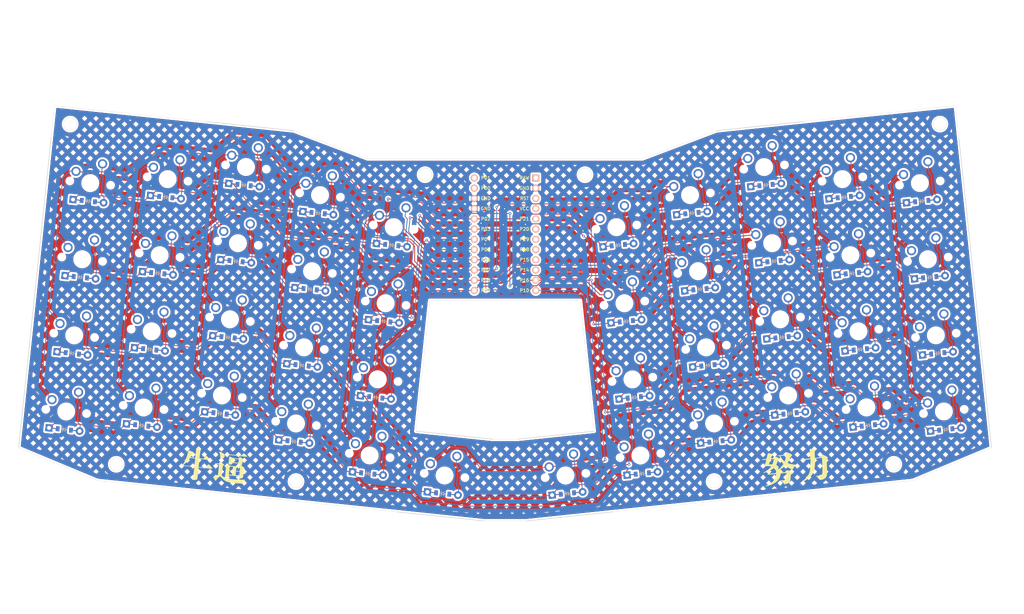
<source format=kicad_pcb>
(kicad_pcb (version 20221018) (generator pcbnew)
  (title_block (title "niu") (rev "v1.0.0") (company "Unknown"))
  (layers (0 "F.Cu" signal) (31 "B.Cu" signal) (34 "B.Paste" user) (35 "F.Paste" user) (36 "B.SilkS" user "B.Silkscreen") (37 "F.SilkS" user "F.Silkscreen") (38 "B.Mask" user) (39 "F.Mask" user) (44 "Edge.Cuts" user))
  (net 0 "")
  (net 1 "pinky_bottom")
  (net 2 "P16")
  (net 3 "pinky_home")
  (net 4 "pinky_top")
  (net 5 "pinky_num")
  (net 6 "ring_bottom")
  (net 7 "P9")
  (net 8 "ring_home")
  (net 9 "ring_top")
  (net 10 "ring_num")
  (net 11 "middle_bottom")
  (net 12 "P8")
  (net 13 "middle_home")
  (net 14 "middle_top")
  (net 15 "middle_num")
  (net 16 "index_bottom")
  (net 17 "P7")
  (net 18 "index_home")
  (net 19 "index_top")
  (net 20 "index_num")
  (net 21 "inner_bottom")
  (net 22 "P6")
  (net 23 "inner_home")
  (net 24 "inner_top")
  (net 25 "inner_num")
  (net 26 "thumb_home")
  (net 27 "P10")
  (net 28 "mirror_pinky_bottom")
  (net 29 "mirror_pinky_home")
  (net 30 "mirror_pinky_top")
  (net 31 "mirror_pinky_num")
  (net 32 "mirror_ring_bottom")
  (net 33 "mirror_ring_home")
  (net 34 "mirror_ring_top")
  (net 35 "mirror_ring_num")
  (net 36 "mirror_middle_bottom")
  (net 37 "mirror_middle_home")
  (net 38 "mirror_middle_top")
  (net 39 "mirror_middle_num")
  (net 40 "mirror_index_bottom")
  (net 41 "mirror_index_home")
  (net 42 "mirror_index_top")
  (net 43 "mirror_index_num")
  (net 44 "mirror_inner_bottom")
  (net 45 "mirror_inner_home")
  (net 46 "mirror_inner_top")
  (net 47 "mirror_inner_num")
  (net 48 "mirror_thumb_home")
  (net 49 "RAW")
  (net 50 "GND")
  (net 51 "RST")
  (net 52 "VCC")
  (net 53 "P21")
  (net 54 "P20")
  (net 55 "P19")
  (net 56 "P18")
  (net 57 "P15")
  (net 58 "P14")
  (net 59 "P1")
  (net 60 "P0")
  (net 61 "P2")
  (net 62 "P3")
  (net 63 "P4")
  (net 64 "P5")
  (footprint "MX" (layer "F.Cu") (at 157.505484 198.045076 -6)
    (fp_text reference "S17" hide)
    (fp_text value "" hide)
  )
  (footprint "MX" (layer "F.Cu") (at 88.193526 130.4296 -6)
    (fp_text reference "S4" hide)
    (fp_text value "" hide)
  )
  (footprint "ComboDiode" (layer "F.Cu") (at 120.393088 187.608605 -6)
    (fp_text reference "D9" hide)
    (fp_text value "" hide)
  )
  (footprint "ComboDiode" (layer "F.Cu") (at 275.242978 133.907422 6)
    (fp_text reference "D29" hide)
    (fp_text value "" hide)
  )
  (footprint "MX" (layer "F.Cu") (at 163.463607 141.357329 -6)
    (fp_text reference "S20" hide)
    (fp_text value "" hide)
  )
  (footprint "MX" (layer "F.Cu") (at 257.340083 145.341422 6)
    (fp_text reference "S32" hide)
    (fp_text value "" hide)
  )
  (footprint "ComboDiode" (layer "F.Cu") (at 83.751069 172.696778 -6)
    (fp_text reference "D2" hide)
    (fp_text value "" hide)
  )
  (footprint "MX" (layer "F.Cu") (at 299.940227 187.117349 6)
    (fp_text reference "S22" hide)
    (fp_text value "" hide)
  )
  (footprint "ComboDiode" (layer "F.Cu") (at 85.737111 153.800861 -6)
    (fp_text reference "D3" hide)
    (fp_text value "" hide)
  )
  (footprint "MX" (layer "F.Cu") (at 139.236737 190.091904 -6)
    (fp_text reference "S13" hide)
    (fp_text value "" hide)
  )
  (footprint "LOGO" (layer "F.Cu") (at 118.879994 200.532165 -6)
    (fp_text reference "G***" hide)
    (fp_text value "LOGO" hide)
  )
  (footprint "ComboDiode" (layer "F.Cu") (at 300.410603 191.592697 6)
    (fp_text reference "D22" hide)
    (fp_text value "" hide)
  )
  (footprint "ComboDiode" (layer "F.Cu") (at 144.724486 137.879505 -6)
    (fp_text reference "D16" hide)
    (fp_text value "" hide)
  )
  (footprint "ComboDiode" (layer "F.Cu") (at 104.946613 152.803338 -6)
    (fp_text reference "D7" hide)
    (fp_text value "" hide)
  )
  (footprint "MX" (layer "F.Cu") (at 101.444906 186.119823 -6)
    (fp_text reference "S5" hide)
    (fp_text value "" hide)
  )
  (footprint "MX" (layer "F.Cu") (at 161.477565 160.253244 -6)
    (fp_text reference "S19" hide)
    (fp_text value "" hide)
  )
  (footprint "MX" (layer "F.Cu") (at 141.222779 171.195988 -6)
    (fp_text reference "S14" hide)
    (fp_text value "" hide)
  )
  (footprint "MX" (layer "F.Cu") (at 276.758644 148.327989 6)
    (fp_text reference "S28" hide)
    (fp_text value "" hide)
  )
  (footprint "ComboDiode" (layer "F.Cu") (at 161.007185 164.728592 -6)
    (fp_text reference "D19" hide)
    (fp_text value "" hide)
  )
  (footprint "MX" (layer "F.Cu") (at 176.087815 203.014687 -6)
    (fp_text reference "S21" hide)
    (fp_text value "" hide)
  )
  (footprint "ProMicro" (layer "F.Cu") (at 191.088005 143.117349 -90)
    (fp_text reference "MCU1" hide)
    (fp_text value "" hide)
  )
  (footprint "ComboDiode" (layer "F.Cu") (at 206.558193 207.490028 6)
    (fp_text reference "D42" hide)
    (fp_text value "" hide)
  )
  (footprint "ComboDiode" (layer "F.Cu") (at 225.140524 202.520426 6)
    (fp_text reference "D38" hide)
    (fp_text value "" hide)
  )
  (footprint "MX" (layer "F.Cu") (at 274.772601 129.432075 6)
    (fp_text reference "S29" hide)
    (fp_text value "" hide)
  )
  (footprint "MX" (layer "F.Cu") (at 261.31216 183.133255 6)
    (fp_text reference "S30" hide)
    (fp_text value "" hide)
  )
  (footprint "MX" (layer "F.Cu") (at 224.670145 198.045076 6)
    (fp_text reference "S38" hide)
    (fp_text value "" hide)
  )
  (footprint "ComboDiode" (layer "F.Cu") (at 259.796501 168.712685 6)
    (fp_text reference "D31" hide)
    (fp_text value "" hide)
  )
  (footprint "MX" (layer "F.Cu") (at 103.430948 167.223907 -6)
    (fp_text reference "S6" hide)
    (fp_text value "" hide)
  )
  (footprint "ComboDiode" (layer "F.Cu") (at 296.438522 153.800867 6)
    (fp_text reference "D24" hide)
    (fp_text value "" hide)
  )
  (footprint "MX" (layer "F.Cu") (at 120.863465 183.133256 -6)
    (fp_text reference "S9" hide)
    (fp_text value "" hide)
  )
  (footprint "MX" (layer "F.Cu") (at 84.22145 168.22143 -6)
    (fp_text reference "S2" hide)
    (fp_text value "" hide)
  )
  (footprint "MX" (layer "F.Cu") (at 240.952852 171.195988 6)
    (fp_text reference "S35" hide)
    (fp_text value "" hide)
  )
  (footprint "MX" (layer "F.Cu") (at 143.20882 152.300072 -6)
    (fp_text reference "S15" hide)
    (fp_text value "" hide)
  )
  (footprint "ComboDiode" (layer "F.Cu") (at 157.035111 202.520424 -6)
    (fp_text reference "D17" hide)
    (fp_text value "" hide)
  )
  (footprint "ComboDiode" (layer "F.Cu") (at 261.782543 187.6086 6)
    (fp_text reference "D30" hide)
    (fp_text value "" hide)
  )
  (footprint "MX" (layer "F.Cu") (at 280.730722 186.11982 6)
    (fp_text reference "S26" hide)
    (fp_text value "" hide)
  )
  (footprint "ComboDiode" (layer "F.Cu") (at 279.215063 171.699256 6)
    (fp_text reference "D27" hide)
    (fp_text value "" hide)
  )
  (footprint "ComboDiode" (layer "F.Cu") (at 175.617436 207.490031 -6)
    (fp_text reference "D21" hide)
    (fp_text value "" hide)
  )
  (footprint "ComboDiode" (layer "F.Cu") (at 255.824423 130.920854 6)
    (fp_text reference "D33" hide)
    (fp_text value "" hide)
  )
  (footprint "ComboDiode" (layer "F.Cu") (at 159.021147 183.624513 -6)
    (fp_text reference "D18" hide)
    (fp_text value "" hide)
  )
  (footprint "ComboDiode" (layer "F.Cu") (at 239.43719 156.77542 6)
    (fp_text reference "D36" hide)
    (fp_text value "" hide)
  )
  (footprint "MX" (layer "F.Cu") (at 220.698063 160.253243 6)
    (fp_text reference "S40" hide)
    (fp_text value "" hide)
  )
  (footprint "ComboDiode" (layer "F.Cu") (at 124.365167 149.816769 -6)
    (fp_text reference "D11" hide)
    (fp_text value "" hide)
  )
  (footprint "MX" (layer "F.Cu") (at 238.966809 152.300073 6)
    (fp_text reference "S36" hide)
    (fp_text value "" hide)
  )
  (footprint "MX" (layer "F.Cu") (at 236.98077 133.404156 6)
    (fp_text reference "S37" hide)
    (fp_text value "" hide)
  )
  (footprint "MX" (layer "F.Cu") (at 278.744681 167.223907 6)
    (fp_text reference "S27" hide)
    (fp_text value "" hide)
  )
  (footprint "MX" (layer "F.Cu") (at 126.821588 126.445507 -6)
    (fp_text reference "S12" hide)
    (fp_text value "" hide)
  )
  (footprint "MX" (layer "F.Cu") (at 218.712026 141.357329 6)
    (fp_text reference "S41" hide)
    (fp_text value "" hide)
  )
  (footprint "MX" (layer "F.Cu") (at 82.235406 187.117348 -6)
    (fp_text reference "S1" hide)
    (fp_text value "" hide)
  )
  (footprint "ComboDiode" (layer "F.Cu") (at 81.765031 191.592695 -6)
    (fp_text reference "D1" hide)
    (fp_text value "" hide)
  )
  (footprint "MX" (layer "F.Cu") (at 297.954183 168.221428 6)
    (fp_text reference "S23" hide)
    (fp_text value "" hide)
  )
  (footprint "ComboDiode" (layer "F.Cu") (at 162.993231 145.832675 -6)
    (fp_text reference "D20" hide)
    (fp_text value "" hide)
  )
  (footprint "MX" (layer "F.Cu") (at 293.982102 130.4296 6)
    (fp_text reference "S25" hide)
    (fp_text value "" hide)
  )
  (footprint "ComboDiode" (layer "F.Cu") (at 257.810462 149.816771 6)
    (fp_text reference "D32" hide)
    (fp_text value "" hide)
  )
  (footprint "MX" (layer "F.Cu") (at 122.849507 164.237338 -6)
    (fp_text reference "S10" hide)
    (fp_text value "" hide)
  )
  (footprint "MX" (layer "F.Cu") (at 107.40303 129.432075 -6)
    (fp_text reference "S8" hide)
    (fp_text value "" hide)
  )
  (footprint "ComboDiode" (layer "F.Cu") (at 221.168444 164.728592 6)
    (fp_text reference "D40" hide)
    (fp_text value "" hide)
  )
  (footprint "MX" (layer "F.Cu") (at 222.684106 179.149161 6)
    (fp_text reference "S39" hide)
    (fp_text value "" hide)
  )
  (footprint "MX" (layer "F.Cu") (at 206.087814 203.014685 6)
    (fp_text reference "S42" hide)
    (fp_text value "" hide)
  )
  (footprint "ComboDiode" (layer "F.Cu") (at 106.932653 133.907424 -6)
    (fp_text reference "D8" hide)
    (fp_text value "" hide)
  )
  (footprint "ComboDiode" (layer "F.Cu") (at 122.379129 168.712687 -6)
    (fp_text reference "D10" hide)
    (fp_text value "" hide)
  )
  (footprint "ComboDiode" (layer "F.Cu") (at 219.182403 145.832675 6)
    (fp_text reference "D41" hide)
    (fp_text value "" hide)
  )
  (footprint "MX" (layer "F.Cu") (at 86.207489 149.325515 -6)
    (fp_text reference "S3" hide)
    (fp_text value "" hide)
  )
  (footprint "MX" (layer "F.Cu") (at 145.194862 133.404156 -6)
    (fp_text reference "S16" hide)
    (fp_text value "" hide)
  )
  (footprint "ComboDiode" (layer "F.Cu") (at 237.451146 137.879501 6)
    (fp_text reference "D37" hide)
    (fp_text value "" hide)
  )
  (footprint "ComboDiode" (layer "F.Cu") (at 87.723148 134.904948 -6)
    (fp_text reference "D4" hide)
    (fp_text value "" hide)
  )
  (footprint "ComboDiode" (layer "F.Cu") (at 142.738444 156.775424 -6)
    (fp_text reference "D15" hide)
    (fp_text value "" hide)
  )
  (footprint "MX" (layer "F.Cu") (at 159.491526 179.14916 -6)
    (fp_text reference "S18" hide)
    (fp_text value "" hide)
  )
  (footprint "MX" (layer "F.Cu") (at 259.326124 164.237337 6)
    (fp_text reference "S31" hide)
    (fp_text value "" hide)
  )
  (footprint "ComboDiode" (layer "F.Cu") (at 298.424562 172.69678 6)
    (fp_text reference "D23" hide)
    (fp_text value "" hide)
  )
  (footprint "ComboDiode" (layer "F.Cu") (at 126.35121 130.920856 -6)
    (fp_text reference "D12" hide)
    (fp_text value "" hide)
  )
  (footprint "ComboDiode" (layer "F.Cu") (at 102.960569 171.699255 -6)
    (fp_text reference "D6" hide)
    (fp_text value "" hide)
  )
  (footprint "LOGO" (layer "F.Cu") (at 263.05363 200.839955 6)
    (fp_text reference "G***" hide)
    (fp_text value "LOGO" hide)
  )
  (footprint "ComboDiode" (layer "F.Cu") (at 281.201099 190.595172 6)
    (fp_text reference "D26" hide)
    (fp_text value "" hide)
  )
  (footprint "ComboDiode" (layer "F.Cu") (at 241.42323 175.671337 6)
    (fp_text reference "D35" hide)
    (fp_text value "" hide)
  )
  (footprint "MX" (layer "F.Cu") (at 242.938891 190.091905 6)
    (fp_text reference "S34" hide)
    (fp_text value "" hide)
  )
  (footprint "ComboDiode" (layer "F.Cu") (at 294.452479 134.904948 6)
    (fp_text reference "D25" hide)
    (fp_text value "" hide)
  )
  (footprint "ComboDiode" (layer "F.Cu") (at 100.97453 190.595169 -6)
    (fp_text reference "D5" hide)
    (fp_text value "" hide)
  )
  (footprint "ComboDiode" (layer "F.Cu") (at 140.752401 175.671336 -6)
    (fp_text reference "D14" hide)
    (fp_text value "" hide)
  )
  (footprint "MX" (layer "F.Cu") (at 295.968141 149.325515 6)
    (fp_text reference "S24" hide)
    (fp_text value "" hide)
  )
  (footprint "ComboDiode" (layer "F.Cu") (at 138.766361 194.567253 -6)
    (fp_text reference "D13" hide)
    (fp_text value "" hide)
  )
  (footprint "MX" (layer "F.Cu") (at 105.41699 148.327991 -6)
    (fp_text reference "S7" hide)
    (fp_text value "" hide)
  )
  (footprint "ComboDiode" (layer "F.Cu") (at 223.154483 183.624511 6)
    (fp_text reference "D39" hide)
    (fp_text value "" hide)
  )
  (footprint "MX" (layer "F.Cu") (at 124.835546 145.341422 -6)
    (fp_text reference "S11" hide)
    (fp_text value "" hide)
  )
  (footprint "MX" (layer "F.Cu") (at 255.354044 126.445504 6)
    (fp_text reference "S33" hide)
    (fp_text value "" hide)
  )
  (footprint "ComboDiode" (layer "F.Cu") (at 243.409267 194.56725 6)
    (fp_text reference "D34" hide)
    (fp_text value "" hide)
  )
  (footprint "ComboDiode" (layer "F.Cu") (at 277.229019 152.80334 6)
    (fp_text reference "D28" hide)
    (fp_text value "" hide)
  )
  (gr_line (start 187.894844 193.999468) (end 194.280792 193.999467) (stroke (width 0.05)) (layer "Edge.Cuts"))
  (gr_line (start 117.146942 115.172474) (end 79.355406 111.217347) (stroke (width 0.05)) (layer "Edge.Cuts"))
  (gr_line (start 303.656749 119.156568) (end 311.747251 196.13256) (stroke (width 0.15)) (layer "Edge.Cuts"))
  (gr_line (start 292.205405 204.277344) (end 311.747251 196.13256) (stroke (width 0.05)) (layer "Edge.Cuts"))
  (gr_circle (center 210.921045 128.347347) (end 212.521044 128.347346) (stroke (width 0.05)) (fill none) (layer "Edge.Cuts"))
  (gr_line (start 164.280788 212.029899) (end 185.762462 214.28771) (stroke (width 0.15)) (layer "Edge.Cuts"))
  (gr_circle (center 298.956749 115.787345) (end 300.556747 115.787348) (stroke (width 0.05)) (fill none) (layer "Edge.Cuts"))
  (gr_line (start 243.547018 117.430287) (end 225.173741 124.38894) (stroke (width 0.05)) (layer "Edge.Cuts"))
  (gr_circle (center 242.938889 204.527349) (end 244.538893 204.527346) (stroke (width 0.05)) (fill none) (layer "Edge.Cuts"))
  (gr_line (start 187.894844 193.999468) (end 168.998927 192.013426) (stroke (width 0.15)) (layer "Edge.Cuts"))
  (gr_circle (center 287.5217 200.237345) (end 289.1217 200.237349) (stroke (width 0.05)) (fill none) (layer "Edge.Cuts"))
  (gr_line (start 70.428379 196.132563) (end 89.985408 204.277348) (stroke (width 0.05)) (layer "Edge.Cuts"))
  (gr_line (start 70.428379 196.132563) (end 78.518881 119.15657) (stroke (width 0.15)) (layer "Edge.Cuts"))
  (gr_line (start 164.280788 212.029899) (end 89.985408 204.277348) (stroke (width 0.05)) (layer "Edge.Cuts"))
  (gr_circle (center 83.218883 115.787348) (end 84.818882 115.787345) (stroke (width 0.05)) (fill none) (layer "Edge.Cuts"))
  (gr_line (start 213.176705 192.013428) (end 209.745406 159.567344) (stroke (width 0.05)) (layer "Edge.Cuts"))
  (gr_line (start 172.425408 159.557346) (end 209.745406 159.567344) (stroke (width 0.05)) (layer "Edge.Cuts"))
  (gr_line (start 213.176705 192.013428) (end 194.280792 193.999467) (stroke (width 0.15)) (layer "Edge.Cuts"))
  (gr_line (start 168.998927 192.013426) (end 172.425408 159.557346) (stroke (width 0.05)) (layer "Edge.Cuts"))
  (gr_line (start 78.518881 119.15657) (end 79.355406 111.217347) (stroke (width 0.05)) (layer "Edge.Cuts"))
  (gr_line (start 196.413169 214.287713) (end 217.894843 212.029897) (stroke (width 0.15)) (layer "Edge.Cuts"))
  (gr_line (start 265.02869 115.172476) (end 243.547018 117.430287) (stroke (width 0.15)) (layer "Edge.Cuts"))
  (gr_circle (center 171.254582 128.347343) (end 172.854586 128.347347) (stroke (width 0.05)) (fill none) (layer "Edge.Cuts"))
  (gr_line (start 138.628616 117.43029) (end 117.146942 115.172474) (stroke (width 0.15)) (layer "Edge.Cuts"))
  (gr_line (start 265.02869 115.172476) (end 302.825408 111.217346) (stroke (width 0.05)) (layer "Edge.Cuts"))
  (gr_line (start 138.628616 117.43029) (end 157.00189 124.38894) (stroke (width 0.05)) (layer "Edge.Cuts"))
  (gr_line (start 185.762462 214.28771) (end 196.413169 214.287713) (stroke (width 0.05)) (layer "Edge.Cuts"))
  (gr_circle (center 139.236742 204.527345) (end 140.83674 204.52735) (stroke (width 0.05)) (fill none) (layer "Edge.Cuts"))
  (gr_line (start 217.894843 212.029897) (end 292.205405 204.277344) (stroke (width 0.05)) (layer "Edge.Cuts"))
  (gr_line (start 157.00189 124.38894) (end 225.173741 124.38894) (stroke (width 0.05)) (layer "Edge.Cuts"))
  (gr_circle (center 94.65393 200.237347) (end 96.253928 200.237349) (stroke (width 0.05)) (fill none) (layer "Edge.Cuts"))
  (gr_line (start 303.656749 119.156568) (end 302.825408 111.217346) (stroke (width 0.05)) (layer "Edge.Cuts"))
  (segment (start 83.405989 191.765165) (end 85.554158 191.990947) (width 0.2) (layer "F.Cu") (net 1))
  (segment (start 85.044867 184.686744) (end 85.491052 185.237735) (width 0.2) (layer "B.Cu") (net 1))
  (segment (start 85.292496 182.330678) (end 85.044867 184.686744) (width 0.2) (layer "B.Cu") (net 1))
  (segment (start 85.025901 189.663361) (end 85.710002 190.508155) (width 0.2) (layer "B.Cu") (net 1))
  (segment (start 83.405989 191.765165) (end 85.554158 191.990947) (width 0.2) (layer "B.Cu") (net 1))
  (segment (start 85.491052 185.237735) (end 85.025901 189.663361) (width 0.2) (layer "B.Cu") (net 1))
  (segment (start 85.710002 190.508155) (end 85.554158 191.990947) (width 0.2) (layer "B.Cu") (net 1))
  (segment (start 211.874859 154.547349) (end 212.49873 154.481777) (width 0.2) (layer "F.Cu") (net 2))
  (segment (start 86.342404 127.681047) (end 86.935477 127.200786) (width 0.2) (layer "F.Cu") (net 2))
  (segment (start 193.740201 154.54735) (end 211.874859 154.547349) (width 0.2) (layer "F.Cu") (net 2))
  (segment (start 137.87781 127.839207) (end 144.362093 128.520733) (width 0.2) (layer "F.Cu") (net 2))
  (segment (start 131.256261 119.662271) (end 137.87781 127.839207) (width 0.2) (layer "F.Cu") (net 2))
  (segment (start 105.295329 122.041649) (end 118.771103 123.458013) (width 0.2) (layer "F.Cu") (net 2))
  (segment (start 192.332709 137.974842) (end 182.99271 137.974842) (width 0.2) (layer "F.Cu") (net 2))
  (segment (start 287.40257 183.233349) (end 286.710165 182.672653) (width 0.2) (layer "F.Cu") (net 2))
  (segment (start 150.611511 126.844795) (end 155.194979 132.504906) (width 0.2) (layer "F.Cu") (net 2))
  (segment (start 212.49873 154.481777) (end 212.519232 154.498374) (width 0.2) (layer "F.Cu") (net 2))
  (segment (start 182.99271 137.974842) (end 180.412711 135.39484) (width 0.2) (layer "F.Cu") (net 2))
  (segment (start 267.161843 179.408127) (end 260.598002 180.098014) (width 0.2) (layer "F.Cu") (net 2))
  (segment (start 277.51281 181.075289) (end 270.173243 181.846709) (width 0.2) (layer "F.Cu") (net 2))
  (segment (start 290.296659 185.576937) (end 287.40257 183.233349) (width 0.2) (layer "F.Cu") (net 2))
  (segment (start 192.29271 155.99484) (end 193.740201 154.54735) (width 0.2) (layer "F.Cu") (net 2))
  (segment (start 268.216934 180.262521) (end 267.161843 179.408127) (width 0.2) (layer "F.Cu") (net 2))
  (segment (start 230.929439 185.78035) (end 216.012106 187.348222) (width 0.2) (layer "F.Cu") (net 2))
  (segment (start 282.075697 183.159755) (end 280.315391 183.344772) (width 0.2) (layer "F.Cu") (net 2))
  (segment (start 146.91189 126.455948) (end 150.611511 126.844795) (width 0.2) (layer "F.Cu") (net 2))
  (segment (start 260.10074 180.150277) (end 257.902639 178.370291) (width 0.2) (layer "F.Cu") (net 2))
  (segment (start 171.792688 135.394841) (end 170.51271 134.114862) (width 0.2) (layer "F.Cu") (net 2))
  (segment (start 270.173243 181.846709) (end 268.216934 180.262521) (width 0.2) (layer "F.Cu") (net 2))
  (segment (start 97.547024 128.316105) (end 105.295329 122.041649) (width 0.2) (layer "F.Cu") (net 2))
  (segment (start 144.362093 128.520733) (end 146.91189 126.455948) (width 0.2) (layer "F.Cu") (net 2))
  (segment (start 216.012106 187.348222) (end 215.968145 187.312628) (width 0.2) (layer "F.Cu") (net 2))
  (segment (start 124.354278 118.936844) (end 131.256261 119.662271) (width 0.2) (layer "F.Cu") (net 2))
  (segment (start 234.978907 180.779673) (end 230.929439 185.78035) (width 0.2) (layer "F.Cu") (net 2))
  (segment (start 155.194979 132.504906) (end 170.51271 134.114862) (width 0.2) (layer "F.Cu") (net 2))
  (segment (start 118.771103 123.458013) (end 124.354278 118.936844) (width 0.2) (layer "F.Cu") (net 2))
  (segment (start 257.902639 178.370291) (end 234.978907 180.779673) (width 0.2) (layer "F.Cu") (net 2))
  (segment (start 260.598002 180.098014) (end 260.10074 180.150277) (width 0.2) (layer "F.Cu") (net 2))
  (segment (start 180.412711 135.39484) (end 171.792688 135.394841) (width 0.2) (layer "F.Cu") (net 2))
  (segment (start 84.669902 127.50526) (end 86.342404 127.681047) (width 0.2) (layer "F.Cu") (net 2))
  (segment (start 86.935477 127.200786) (end 97.547024 128.316105) (width 0.2) (layer "F.Cu") (net 2))
  (segment (start 280.315391 183.344772) (end 277.51281 181.075289) (width 0.2) (layer "F.Cu") (net 2))
  (segment (start 286.710165 182.672653) (end 282.075697 183.159755) (width 0.2) (layer "F.Cu") (net 2))
  (segment (start 295.885594 184.989516) (end 290.296659 185.576937) (width 0.2) (layer "F.Cu") (net 2))
  (via (at 215.968145 187.312628) (size 0.6) (drill 0.3) (layers "F.Cu" "B.Cu") (net 2))
  (via (at 192.29271 155.99484) (size 0.6) (drill 0.3) (layers "F.Cu" "B.Cu") (net 2))
  (via (at 212.519232 154.498374) (size 0.6) (drill 0.3) (layers "F.Cu" "B.Cu") (net 2))
  (via (at 192.332709 137.974842) (size 0.6) (drill 0.3) (layers "F.Cu" "B.Cu") (net 2))
  (segment (start 286.650273 130.824888) (end 288.041578 144.062249) (width 0.2) (layer "B.Cu") (net 2))
  (segment (start 212.519232 154.498374) (end 212.529928 154.507036) (width 0.2) (layer "B.Cu") (net 2))
  (segment (start 79.934971 143.006579) (end 77.948928 161.902493) (width 0.2) (layer "B.Cu") (net 2))
  (segment (start 77.948928 161.902493) (end 75.962889 180.798411) (width 0.2) (layer "B.Cu") (net 2))
  (segment (start 192.292712 138.014841) (end 192.332709 137.974842) (width 0.2) (layer "B.Cu") (net 2))
  (segment (start 288.041578 144.062249) (end 290.027615 162.958163) (width 0.2) (layer "B.Cu") (net 2))
  (segment (start 84.669902 127.50526) (end 83.428454 127.37478) (width 0.2) (layer "B.Cu") (net 2))
  (segment (start 81.405787 129.012702) (end 79.934971 143.006579) (width 0.2) (layer "B.Cu") (net 2))
  (segment (start 75.962889 180.798411) (end 78.711781 184.193012) (width 0.2) (layer "B.Cu") (net 2))
  (segment (start 83.428454 127.37478) (end 81.405787 129.012702) (width 0.2) (layer "B.Cu") (net 2))
  (segment (start 192.29271 155.99484) (end 192.292712 138.014841) (width 0.2) (layer "B.Cu") (net 2))
  (segment (start 289.927473 128.301767) (end 288.57865 128.443533) (width 0.2) (layer "B.Cu") (net 2))
  (segment (start 292.013655 181.854081) (end 295.885594 184.989516) (width 0.2) (layer "B.Cu") (net 2))
  (segment (start 79.934971 143.006579) (end 82.683861 146.401176) (width 0.2) (layer "B.Cu") (net 2))
  (segment (start 77.948928 161.902493) (end 80.69782 165.297092) (width 0.2) (layer "B.Cu") (net 2))
  (segment (start 215.97681 187.301928) (end 215.968145 187.312628) (width 0.2) (layer "B.Cu") (net 2))
  (segment (start 288.041578 144.062249) (end 291.913512 147.197684) (width 0.2) (layer "B.Cu") (net 2))
  (segment (start 290.027615 162.958163) (end 293.899552 166.093598) (width 0.2) (layer "B.Cu") (net 2))
  (segment (start 290.027615 162.958163) (end 292.013655 181.854081) (width 0.2) (layer "B.Cu") (net 2))
  (segment (start 212.529928 154.507036) (end 215.97681 187.301928) (width 0.2) (layer "B.Cu") (net 2))
  (segment (start 288.57865 128.443533) (end 286.650273 130.824888) (width 0.2) (layer "B.Cu") (net 2))
  (segment (start 85.392032 172.86925) (end 87.540195 173.095032) (width 0.2) (layer "F.Cu") (net 3))
  (segment (start 86.990138 166.178685) (end 87.454124 166.751661) (width 0.2) (layer "B.Cu") (net 3))
  (segment (start 87.454124 166.751661) (end 87.025559 170.829204) (width 0.2) (layer "B.Cu") (net 3))
  (segment (start 87.278539 163.434762) (end 86.990138 166.178685) (width 0.2) (layer "B.Cu") (net 3))
  (segment (start 87.025559 170.829204) (end 87.691865 171.652022) (width 0.2) (layer "B.Cu") (net 3))
  (segment (start 85.392032 172.86925) (end 87.540195 173.095032) (width 0.2) (layer "B.Cu") (net 3))
  (segment (start 87.691865 171.652022) (end 87.540195 173.095032) (width 0.2) (layer "B.Cu") (net 3))
  (segment (start 87.378072 153.973334) (end 89.526236 154.199119) (width 0.2) (layer "F.Cu") (net 4))
  (segment (start 89.59042 148.052532) (end 89.253839 151.254891) (width 0.2) (layer "B.Cu") (net 4))
  (segment (start 89.253839 151.254891) (end 89.768845 151.89087) (width 0.2) (layer "B.Cu") (net 4))
  (segment (start 87.378072 153.973334) (end 89.526236 154.199119) (width 0.2) (layer "B.Cu") (net 4))
  (segment (start 89.264579 144.538847) (end 88.975134 147.292717) (width 0.2) (layer "B.Cu") (net 4))
  (segment (start 88.975134 147.292717) (end 89.59042 148.052532) (width 0.2) (layer "B.Cu") (net 4))
  (segment (start 89.768845 151.89087) (end 89.526236 154.199119) (width 0.2) (layer "B.Cu") (net 4))
  (segment (start 89.364112 135.077421) (end 91.51228 135.303201) (width 0.2) (layer "F.Cu") (net 5))
  (segment (start 90.952125 133.18341) (end 91.645128 134.039204) (width 0.2) (layer "B.Cu") (net 5))
  (segment (start 91.645128 134.039204) (end 91.51228 135.303201) (width 0.2) (layer "B.Cu") (net 5))
  (segment (start 90.954902 128.456475) (end 91.392189 128.996483) (width 0.2) (layer "B.Cu") (net 5))
  (segment (start 89.364112 135.077421) (end 91.51228 135.303201) (width 0.2) (layer "B.Cu") (net 5))
  (segment (start 91.392189 128.996483) (end 90.952125 133.18341) (width 0.2) (layer "B.Cu") (net 5))
  (segment (start 91.250618 125.642932) (end 90.954902 128.456475) (width 0.2) (layer "B.Cu") (net 5))
  (segment (start 102.61549 190.76764) (end 104.763658 190.993424) (width 0.2) (layer "F.Cu") (net 6))
  (segment (start 102.61549 190.76764) (end 104.763658 190.993424) (width 0.2) (layer "B.Cu") (net 6))
  (segment (start 104.412829 188.604042) (end 104.945637 189.262002) (width 0.2) (layer "B.Cu") (net 6))
  (segment (start 104.220916 184.007463) (end 104.818403 184.745294) (width 0.2) (layer "B.Cu") (net 6))
  (segment (start 104.818403 184.745294) (end 104.412829 188.604042) (width 0.2) (layer "B.Cu") (net 6))
  (segment (start 104.501998 181.333154) (end 104.220916 184.007463) (width 0.2) (layer "B.Cu") (net 6))
  (segment (start 104.945637 189.262002) (end 104.763658 190.993424) (width 0.2) (layer "B.Cu") (net 6))
  (segment (start 214.82302 153.366363) (end 219.658844 157.282333) (width 0.2) (layer "F.Cu") (net 7))
  (segment (start 167.742814 151.16875) (end 169.932196 153.872413) (width 0.2) (layer "F.Cu") (net 7))
  (segment (start 231.292276 148.47808) (end 236.394173 147.941848) (width 0.2) (layer "F.Cu") (net 7))
  (segment (start 199.945217 154.147348) (end 211.23271 154.147349) (width 0.2) (layer "F.Cu") (net 7))
  (segment (start 184.550513 156.004841) (end 190.65271 156.004841) (width 0.2) (layer "F.Cu") (net 7))
  (segment (start 224.581722 156.764918) (end 231.292276 148.47808) (width 0.2) (layer "F.Cu") (net 7))
  (segment (start 154.520267 145.71675) (end 158.115841 150.156919) (width 0.2) (layer "F.Cu") (net 7))
  (segment (start 103.864221 145.610794) (end 104.446302 145.139433) (width 0.2) (layer "F.Cu") (net 7))
  (segment (start 193.286502 153.371047) (end 199.195245 153.371046) (width 0.2) (layer "F.Cu") (net 7))
  (segment (start 190.65271 156.004841) (end 193.286502 153.371047) (width 0.2) (layer "F.Cu") (net 7))
  (segment (start 211.23271 154.147349) (end 212.00901 153.371047) (width 0.2) (layer "F.Cu") (net 7))
  (segment (start 136.250899 143.796565) (end 154.520267 145.71675) (width 0.2) (layer "F.Cu") (net 7))
  (segment (start 199.90271 154.078516) (end 199.902713 154.104841) (width 0.2) (layer "F.Cu") (net 7))
  (segment (start 236.394173 147.941848) (end 238.361472 149.534934) (width 0.2) (layer "F.Cu") (net 7))
  (segment (start 183.468004 157.087349) (end 173.147131 157.08735) (width 0.2) (layer "F.Cu") (net 7))
  (segment (start 123.233411 137.541604) (end 131.92553 138.455179) (width 0.2) (layer "F.Cu") (net 7))
  (segment (start 158.115841 150.156919) (end 167.742814 151.16875) (width 0.2) (layer "F.Cu") (net 7))
  (segment (start 199.195245 153.371046) (end 199.90271 154.078516) (width 0.2) (layer "F.Cu") (net 7))
  (segment (start 104.446302 145.139433) (end 112.770451 146.014336) (width 0.2) (layer "F.Cu") (net 7))
  (segment (start 212.00901 153.371047) (end 214.818335 153.371049) (width 0.2) (layer "F.Cu") (net 7))
  (segment (start 272.634483 146.143853) (end 238.592276 149.721834) (width 0.2) (layer "F.Cu") (net 7))
  (segment (start 199.902713 154.104841) (end 199.945217 154.147348) (width 0.2) (layer "F.Cu") (net 7))
  (segment (start 219.658844 157.282333) (end 224.581722 156.764918) (width 0.2) (layer "F.Cu") (net 7))
  (segment (start 238.592276 149.721834) (end 238.125177 149.343587) (width 0.2) (layer "F.Cu") (net 7))
  (segment (start 272.704009 146.200158) (end 272.634483 146.143853) (width 0.2) (layer "F.Cu") (net 7))
  (segment (start 112.770451 146.014336) (end 123.233411 137.541604) (width 0.2) (layer "F.Cu") (net 7))
  (segment (start 131.92553 138.455179) (end 136.250899 143.796565) (width 0.2) (layer "F.Cu") (net 7))
  (segment (start 214.818335 153.371049) (end 214.82302 153.366363) (width 0.2) (layer "F.Cu") (net 7))
  (segment (start 183.468004 157.087349) (end 184.550513 156.004841) (width 0.2) (layer "F.Cu") (net 7))
  (segment (start 173.147131 157.08735) (end 169.932196 153.872413) (width 0.2) (layer "F.Cu") (net 7))
  (segment (start 101.893365 145.403652) (end 103.864221 145.610794) (width 0.2) (layer "F.Cu") (net 7))
  (segment (start 97.238534 161.003884) (end 99.907321 164.299568) (width 0.2) (layer "B.Cu") (net 7))
  (segment (start 269.299536 127.45333) (end 267.068556 130.208357) (width 0.2) (layer "B.Cu") (net 7))
  (segment (start 270.367504 161.595746) (end 272.353544 180.491657) (width 0.2) (layer "B.Cu") (net 7))
  (segment (start 97.238534 161.003884) (end 95.252491 179.899801) (width 0.2) (layer "B.Cu") (net 7))
  (segment (start 270.367504 161.595746) (end 274.69005 165.096074) (width 0.2) (layer "B.Cu") (net 7))
  (segment (start 99.224573 142.10797) (end 97.238534 161.003884) (width 0.2) (layer "B.Cu") (net 7))
  (segment (start 270.71797 127.304243) (end 269.299536 127.45333) (width 0.2) (layer "B.Cu") (net 7))
  (segment (start 267.068556 130.208357) (end 268.381464 142.699826) (width 0.2) (layer "B.Cu") (net 7))
  (segment (start 95.252491 179.899801) (end 97.921279 183.195484) (width 0.2) (layer "B.Cu") (net 7))
  (segment (start 268.381464 142.699826) (end 272.704009 146.200158) (width 0.2) (layer "B.Cu") (net 7))
  (segment (start 103.879406 126.507737) (end 102.061133 126.316628) (width 0.2) (layer "B.Cu") (net 7))
  (segment (start 102.061133 126.316628) (end 100.774831 127.358255) (width 0.2) (layer "B.Cu") (net 7))
  (segment (start 99.224573 142.10797) (end 101.893365 145.403652) (width 0.2) (layer "B.Cu") (net 7))
  (segment (start 272.353544 180.491657) (end 276.676092 183.991991) (width 0.2) (layer "B.Cu") (net 7))
  (segment (start 268.381464 142.699826) (end 270.367504 161.595746) (width 0.2) (layer "B.Cu") (net 7))
  (segment (start 100.774831 127.358255) (end 99.224573 142.10797) (width 0.2) (layer "B.Cu") (net 7))
  (segment (start 104.601531 171.871728) (end 106.749697 172.097508) (width 0.2) (layer "F.Cu") (net 8))
  (segment (start 106.232045 164.872862) (end 106.70493 165.456828) (width 0.2) (layer "B.Cu") (net 8))
  (segment (start 107.003803 169.679865) (end 106.749697 172.097508) (width 0.2) (layer "B.Cu") (net 8))
  (segment (start 106.70493 165.456828) (end 106.346398 168.868038) (width 0.2) (layer "B.Cu") (net 8))
  (segment (start 106.488037 162.437238) (end 106.232045 164.872862) (width 0.2) (layer "B.Cu") (net 8))
  (segment (start 104.601531 171.871728) (end 106.749697 172.097508) (width 0.2) (layer "B.Cu") (net 8))
  (segment (start 106.346398 168.868038) (end 107.003803 169.679865) (width 0.2) (layer "B.Cu") (net 8))
  (segment (start 106.587573 152.975811) (end 108.735739 153.201593) (width 0.2) (layer "F.Cu") (net 9))
  (segment (start 108.399607 151.055076) (end 108.896815 151.669075) (width 0.2) (layer "B.Cu") (net 9))
  (segment (start 108.896815 151.669075) (end 108.735739 153.201593) (width 0.2) (layer "B.Cu") (net 9))
  (segment (start 108.474079 143.541322) (end 108.21704 145.986892) (width 0.2) (layer "B.Cu") (net 9))
  (segment (start 108.850127 146.768684) (end 108.399607 151.055076) (width 0.2) (layer "B.Cu") (net 9))
  (segment (start 106.587573 152.975811) (end 108.735739 153.201593) (width 0.2) (layer "B.Cu") (net 9))
  (segment (start 108.21704 145.986892) (end 108.850127 146.768684) (width 0.2) (layer "B.Cu") (net 9))
  (segment (start 108.573615 134.079893) (end 110.721781 134.305677) (width 0.2) (layer "F.Cu") (net 10))
  (segment (start 110.238619 126.752837) (end 110.756003 127.391756) (width 0.2) (layer "B.Cu") (net 10))
  (segment (start 110.964387 131.997425) (end 110.721781 134.305677) (width 0.2) (layer "B.Cu") (net 10))
  (segment (start 108.573615 134.079893) (end 110.721781 134.305677) (width 0.2) (layer "B.Cu") (net 10))
  (segment (start 110.460121 124.645405) (end 110.238619 126.752837) (width 0.2) (layer "B.Cu") (net 10))
  (segment (start 110.351483 131.240553) (end 110.964387 131.997425) (width 0.2) (layer "B.Cu") (net 10))
  (segment (start 110.756003 127.391756) (end 110.351483 131.240553) (width 0.2) (layer "B.Cu") (net 10))
  (segment (start 122.034048 187.781076) (end 124.182215 188.006856) (width 0.2) (layer "F.Cu") (net 11))
  (segment (start 124.456183 185.400253) (end 124.182215 188.006856) (width 0.2) (layer "B.Cu") (net 11))
  (segment (start 123.646792 180.951279) (end 124.075178 181.480291) (width 0.2) (layer "B.Cu") (net 11))
  (segment (start 124.075178 181.480291) (end 123.754276 184.533473) (width 0.2) (layer "B.Cu") (net 11))
  (segment (start 123.754276 184.533473) (end 124.456183 185.400253) (width 0.2) (layer "B.Cu") (net 11))
  (segment (start 122.034048 187.781076) (end 124.182215 188.006856) (width 0.2) (layer "B.Cu") (net 11))
  (segment (start 123.92056 178.346584) (end 123.646792 180.951279) (width 0.2) (layer "B.Cu") (net 11))
  (segment (start 168.248487 145.653482) (end 167.414675 144.819672) (width 0.2) (layer "F.Cu") (net 12))
  (segment (start 167.414675 144.819672) (end 158.722555 143.906094) (width 0.2) (layer "F.Cu") (net 12))
  (segment (start 218.11913 152.678053) (end 216.855221 151.654563) (width 0.2) (layer "F.Cu") (net 12))
  (segment (start 193.2165 150.831049) (end 216.031709 150.83105) (width 0.2) (layer "F.Cu") (net 12))
  (segment (start 253.285454 143.213589) (end 230.295839 145.629894) (width 0.2) (layer "F.Cu") (net 12))
  (segment (start 173.385218 154.547349) (end 168.66271 149.824841) (width 0.2) (layer "F.Cu") (net 12))
  (segment (start 168.66271 146.165006) (end 168.248487 145.653482) (width 0.2) (layer "F.Cu") (net 12))
  (segment (start 183.468004 154.54735) (end 173.385218 154.547349) (width 0.2) (layer "F.Cu") (net 12))
  (segment (start 137.501299 130.082139) (end 133.015396 124.54251) (width 0.2) (layer "F.Cu") (net 12))
  (segment (start 225.385978 151.693066) (end 225.190183 151.934857) (width 0.2) (layer "F.Cu") (net 12))
  (segment (start 137.213845 132.817074) (end 137.501299 130.082139) (width 0.2) (layer "F.Cu") (net 12))
  (segment (start 216.031709 150.83105) (end 216.855221 151.654563) (width 0.2) (layer "F.Cu") (net 12))
  (segment (start 139.465527 135.597669) (end 137.213845 132.817074) (width 0.2) (layer "F.Cu") (net 12))
  (segment (start 168.66271 149.824841) (end 168.66271 146.165006) (width 0.2) (layer "F.Cu") (net 12))
  (segment (start 158.722555 143.906094) (end 153.160095 137.037024) (width 0.2) (layer "F.Cu") (net 12))
  (segment (start 230.295839 145.629894) (end 225.385978 151.693066) (width 0.2) (layer "F.Cu") (net 12))
  (segment (start 133.015396 124.54251) (end 123.297962 123.521167) (width 0.2) (layer "F.Cu") (net 12))
  (segment (start 183.468004 154.54735) (end 189.500202 154.547348) (width 0.2) (layer "F.Cu") (net 12))
  (segment (start 225.190183 151.934857) (end 218.11913 152.678053) (width 0.2) (layer "F.Cu") (net 12))
  (segment (start 153.160095 137.037024) (end 139.465527 135.597669) (width 0.2) (layer "F.Cu") (net 12))
  (segment (start 189.500202 154.547348) (end 193.2165 150.831049) (width 0.2) (layer "F.Cu") (net 12))
  (segment (start 118.429532 138.857626) (end 116.44349 157.753544) (width 0.2) (layer "B.Cu") (net 12))
  (segment (start 251.861159 159.347869) (end 253.847197 178.243783) (width 0.2) (layer "B.Cu") (net 12))
  (segment (start 248.396008 126.379192) (end 249.875116 140.451954) (width 0.2) (layer "B.Cu") (net 12))
  (segment (start 251.299414 124.317671) (end 249.950595 124.45944) (width 0.2) (layer "B.Cu") (net 12))
  (segment (start 118.429532 138.857626) (end 121.311921 142.417086) (width 0.2) (layer "B.Cu") (net 12))
  (segment (start 249.950595 124.45944) (end 248.396008 126.379192) (width 0.2) (layer "B.Cu") (net 12))
  (segment (start 251.861159 159.347869) (end 255.27149 162.109503) (width 0.2) (layer "B.Cu") (net 12))
  (segment (start 123.297962 123.521167) (end 121.91728 123.37605) (width 0.2) (layer "B.Cu") (net 12))
  (segment (start 116.44349 157.753544) (end 119.325881 161.312997) (width 0.2) (layer "B.Cu") (net 12))
  (segment (start 116.44349 157.753544) (end 114.457451 176.649459) (width 0.2) (layer "B.Cu") (net 12))
  (segment (start 119.883622 125.022875) (end 118.429532 138.857626) (width 0.2) (layer "B.Cu") (net 12))
  (segment (start 114.457451 176.649459) (end 117.33984 180.208916) (width 0.2) (layer "B.Cu") (net 12))
  (segment (start 249.875116 140.451954) (end 251.861159 159.347869) (width 0.2) (layer "B.Cu") (net 12))
  (segment (start 249.875116 140.451954) (end 253.285454 143.213589) (width 0.2) (layer "B.Cu") (net 12))
  (segment (start 253.847197 178.243783) (end 257.257534 181.005422) (width 0.2) (layer "B.Cu") (net 12))
  (segment (start 121.91728 123.37605) (end 119.883622 125.022875) (width 0.2) (layer "B.Cu") (net 12))
  (segment (start 124.020088 168.885158) (end 126.168258 169.110939) (width 0.2) (layer "F.Cu") (net 13))
  (segment (start 126.419226 166.723133) (end 126.168258 169.110939) (width 0.2) (layer "B.Cu") (net 13))
  (segment (start 126.163268 162.47444) (end 125.797419 165.955267) (width 0.2) (layer "B.Cu") (net 13))
  (segment (start 125.654786 161.846511) (end 126.163268 162.47444) (width 0.2) (layer "B.Cu") (net 13))
  (segment (start 125.797419 165.955267) (end 126.419226 166.723133) (width 0.2) (layer "B.Cu") (net 13))
  (segment (start 125.906598 159.450669) (end 125.654786 161.846511) (width 0.2) (layer "B.Cu") (net 13))
  (segment (start 124.020088 168.885158) (end 126.168258 169.110939) (width 0.2) (layer "B.Cu") (net 13))
  (segment (start 126.006129 149.989242) (end 128.154293 150.215023) (width 0.2) (layer "F.Cu") (net 14))
  (segment (start 127.67323 142.642291) (end 128.297412 143.413099) (width 0.2) (layer "B.Cu") (net 14))
  (segment (start 127.922155 146.983432) (end 128.428261 147.608422) (width 0.2) (layer "B.Cu") (net 14))
  (segment (start 128.428261 147.608422) (end 128.154293 150.215023) (width 0.2) (layer "B.Cu") (net 14))
  (segment (start 127.892639 140.554754) (end 127.67323 142.642291) (width 0.2) (layer "B.Cu") (net 14))
  (segment (start 126.006129 149.989242) (end 128.154293 150.215023) (width 0.2) (layer "B.Cu") (net 14))
  (segment (start 128.297412 143.413099) (end 127.922155 146.983432) (width 0.2) (layer "B.Cu") (net 14))
  (segment (start 127.992171 131.093324) (end 130.140338 131.319111) (width 0.2) (layer "F.Cu") (net 15))
  (segment (start 129.619548 124.124297) (end 130.172535 124.807174) (width 0.2) (layer "B.Cu") (net 15))
  (segment (start 130.402806 128.821902) (end 130.140338 131.319111) (width 0.2) (layer "B.Cu") (net 15))
  (segment (start 127.992171 131.093324) (end 130.140338 131.319111) (width 0.2) (layer "B.Cu") (net 15))
  (segment (start 130.172535 124.807174) (end 129.825501 128.108989) (width 0.2) (layer "B.Cu") (net 15))
  (segment (start 129.878676 121.658839) (end 129.619548 124.124297) (width 0.2) (layer "B.Cu") (net 15))
  (segment (start 129.825501 128.108989) (end 130.402806 128.821902) (width 0.2) (layer "B.Cu") (net 15))
  (segment (start 140.407321 194.739726) (end 142.555491 194.965507) (width 0.2) (layer "F.Cu") (net 16))
  (segment (start 142.023199 187.88009) (end 142.638485 188.639906) (width 0.2) (layer "B.Cu") (net 16))
  (segment (start 142.638485 188.639906) (end 142.315494 191.712978) (width 0.2) (layer "B.Cu") (net 16))
  (segment (start 142.830499 192.348963) (end 142.555491 194.965507) (width 0.2) (layer "B.Cu") (net 16))
  (segment (start 142.315494 191.712978) (end 142.830499 192.348963) (width 0.2) (layer "B.Cu") (net 16))
  (segment (start 142.293828 185.305235) (end 142.023199 187.88009) (width 0.2) (layer "B.Cu") (net 16))
  (segment (start 140.407321 194.739726) (end 142.555491 194.965507) (width 0.2) (layer "B.Cu") (net 16))
  (segment (start 173.905218 152.00735) (end 169.43271 147.534841) (width 0.2) (layer "F.Cu") (net 17))
  (segment (start 219.60271 133.294841) (end 227.42271 133.29484) (width 0.2) (layer "F.Cu") (net 17))
  (segment (start 189.014315 151.574288) (end 188.850488 151.441627) (width 0.2) (layer "F.Cu") (net 17))
  (segment (start 143.850941 130.708913) (end 141.671238 130.479817) (width 0.2) (layer "F.Cu") (net 17))
  (segment (start 156.526314 140.406647) (end 156.673624 139.005074) (width 0.2) (layer "F.Cu") (net 17))
  (segment (start 183.468005 152.007349) (end 188.581256 152.007349) (width 0.2) (layer "F.Cu") (net 17))
  (segment (start 188.581256 152.007349) (end 189.014315 151.574288) (width 0.2) (layer "F.Cu") (net 17))
  (segment (start 217.306502 135.591049) (end 219.60271 133.294841) (width 0.2) (layer "F.Cu") (net 17))
  (segment (start 167.705623 144.347497) (end 158.974429 143.429812) (width 0.2) (layer "F.Cu") (net 17))
  (segment (start 169.43271 147.534841) (end 169.43271 146.074583) (width 0.2) (layer "F.Cu") (net 17))
  (segment (start 149.749477 130.454461) (end 144.806701 129.934955) (width 0.2) (layer "F.Cu") (net 17))
  (segment (start 229.441227 131.276324) (end 232.926137 131.276324) (width 0.2) (layer "F.Cu") (net 17))
  (segment (start 158.974429 143.429812) (end 156.526314 140.406647) (width 0.2) (layer "F.Cu") (net 17))
  (segment (start 169.43271 146.074583) (end 167.705623 144.347497) (width 0.2) (layer "F.Cu") (net 17))
  (segment (start 189.846501 135.591048) (end 217.306502 135.591049) (width 0.2) (layer "F.Cu") (net 17))
  (segment (start 183.468005 152.007349) (end 173.905218 152.00735) (width 0.2) (layer "F.Cu") (net 17))
  (segment (start 189.04271 136.394841) (end 189.846501 135.591048) (width 0.2) (layer "F.Cu") (net 17))
  (segment (start 156.673624 139.005074) (end 149.749477 130.454461) (width 0.2) (layer "F.Cu") (net 17))
  (segment (start 144.806701 129.934955) (end 143.850941 130.708913) (width 0.2) (layer "F.Cu") (net 17))
  (segment (start 232.926141 131.276324) (end 232.450536 131.863645) (width 0.2) (layer "F.Cu") (net 17))
  (segment (start 227.42271 133.29484) (end 229.441227 131.276324) (width 0.2) (layer "F.Cu") (net 17))
  (via (at 189.014315 151.574288) (size 0.6) (drill 0.3) (layers "F.Cu" "B.Cu") (net 17))
  (via (at 189.04271 136.394841) (size 0.6) (drill 0.3) (layers "F.Cu" "B.Cu") (net 17))
  (segment (start 141.671238 130.479817) (end 140.549131 130.361879) (width 0.2) (layer "B.Cu") (net 17))
  (segment (start 189.014316 136.423234) (end 189.04271 136.394841) (width 0.2) (layer "B.Cu") (net 17))
  (segment (start 231.040241 147.036807) (end 234.912177 150.172242) (width 0.2) (layer "B.Cu") (net 17))
  (segment (start 189.014315 151.574288) (end 189.014316 136.423234) (width 0.2) (layer "B.Cu") (net 17))
  (segment (start 140.549131 130.361879) (end 138.317645 132.168901) (width 0.2) (layer "B.Cu") (net 17))
  (segment (start 231.318549 131.445289) (end 229.62174 133.540672) (width 0.2) (layer "B.Cu") (net 17))
  (segment (start 134.887966 164.80012) (end 132.901926 183.696038) (width 0.2) (layer "B.Cu") (net 17))
  (segment (start 232.926141 131.276324) (end 231.318549 131.445289) (width 0.2) (layer "B.Cu") (net 17))
  (segment (start 233.026282 165.932723) (end 235.012325 184.828639) (width 0.2) (layer "B.Cu") (net 17))
  (segment (start 229.62174 133.540672) (end 231.040241 147.036807) (width 0.2) (layer "B.Cu") (net 17))
  (segment (start 136.874006 145.904203) (end 139.685196 149.375732) (width 0.2) (layer "B.Cu") (net 17))
  (segment (start 189.049915 151.530329) (end 189.014315 151.574288) (width 0.2) (layer "B.Cu") (net 17))
  (segment (start 138.317645 132.168901) (end 136.874006 145.904203) (width 0.2) (layer "B.Cu") (net 17))
  (segment (start 233.026282 165.932723) (end 236.898219 169.068157) (width 0.2) (layer "B.Cu") (net 17))
  (segment (start 136.874006 145.904203) (end 134.887966 164.80012) (width 0.2) (layer "B.Cu") (net 17))
  (segment (start 132.901926 183.696038) (end 135.713113 187.167565) (width 0.2) (layer "B.Cu") (net 17))
  (segment (start 235.012325 184.828639) (end 238.884262 187.964073) (width 0.2) (layer "B.Cu") (net 17))
  (segment (start 134.887966 164.80012) (end 137.699152 168.271645) (width 0.2) (layer "B.Cu") (net 17))
  (segment (start 231.040241 147.036807) (end 233.026282 165.932723) (width 0.2) (layer "B.Cu") (net 17))
  (segment (start 142.393362 175.843809) (end 144.541529 176.069588) (width 0.2) (layer "F.Cu") (net 18))
  (segment (start 144.27987 166.409319) (end 144.04687 168.626148) (width 0.2) (layer "B.Cu") (net 18))
  (segment (start 144.768457 173.910523) (end 144.541529 176.069588) (width 0.2) (layer "B.Cu") (net 18))
  (segment (start 142.393362 175.843809) (end 144.541529 176.069588) (width 0.2) (layer "B.Cu") (net 18))
  (segment (start 144.644358 169.363984) (end 144.235651 173.252559) (width 0.2) (layer "B.Cu") (net 18))
  (segment (start 144.235651 173.252559) (end 144.768457 173.910523) (width 0.2) (layer "B.Cu") (net 18))
  (segment (start 144.04687 168.626148) (end 144.644358 169.363984) (width 0.2) (layer "B.Cu") (net 18))
  (segment (start 144.379406 156.947893) (end 146.527572 157.173671) (width 0.2) (layer "F.Cu") (net 19))
  (segment (start 146.532528 150.53822) (end 146.208491 153.621238) (width 0.2) (layer "B.Cu") (net 19))
  (segment (start 144.379406 156.947893) (end 146.527572 157.173671) (width 0.2) (layer "B.Cu") (net 19))
  (segment (start 146.821396 154.378114) (end 146.527572 157.173671) (width 0.2) (layer "B.Cu") (net 19))
  (segment (start 146.26591 147.513401) (end 146.015144 149.899302) (width 0.2) (layer "B.Cu") (net 19))
  (segment (start 146.015144 149.899302) (end 146.532528 150.53822) (width 0.2) (layer "B.Cu") (net 19))
  (segment (start 146.208491 153.621238) (end 146.821396 154.378114) (width 0.2) (layer "B.Cu") (net 19))
  (segment (start 146.365444 138.051979) (end 148.513614 138.277759) (width 0.2) (layer "F.Cu") (net 20))
  (segment (start 148.758311 135.949622) (end 148.513614 138.277759) (width 0.2) (layer "B.Cu") (net 20))
  (segment (start 148.501934 132.374575) (end 148.198804 135.258692) (width 0.2) (layer "B.Cu") (net 20))
  (segment (start 148.198804 135.258692) (end 148.758311 135.949622) (width 0.2) (layer "B.Cu") (net 20))
  (segment (start 146.365444 138.051979) (end 148.513614 138.277759) (width 0.2) (layer "B.Cu") (net 20))
  (segment (start 148.251952 128.617488) (end 147.931151 131.669716) (width 0.2) (layer "B.Cu") (net 20))
  (segment (start 147.931151 131.669716) (end 148.501934 132.374575) (width 0.2) (layer "B.Cu") (net 20))
  (segment (start 158.676067 202.692897) (end 160.824236 202.918679) (width 0.2) (layer "F.Cu") (net 21))
  (segment (start 161.040102 196.094235) (end 160.612581 200.16183) (width 0.2) (layer "B.Cu") (net 21))
  (segment (start 158.676067 202.692897) (end 160.824236 202.918679) (width 0.2) (layer "B.Cu") (net 21))
  (segment (start 160.562576 193.258408) (end 160.353618 195.246497) (width 0.2) (layer "B.Cu") (net 21))
  (segment (start 161.056392 200.709884) (end 160.824236 202.918679) (width 0.2) (layer "B.Cu") (net 21))
  (segment (start 160.353618 195.246497) (end 161.040102 196.094235) (width 0.2) (layer "B.Cu") (net 21))
  (segment (start 160.612581 200.16183) (end 161.056392 200.709884) (width 0.2) (layer "B.Cu") (net 21))
  (segment (start 164.875506 137.886273) (end 163.105252 137.70021) (width 0.2) (layer "F.Cu") (net 22))
  (segment (start 163.105252 137.70021) (end 161.940673 138.643271) (width 0.2) (layer "F.Cu") (net 22))
  (segment (start 183.468005 149.46735) (end 173.675218 149.467349) (width 0.2) (layer "F.Cu") (net 22))
  (segment (start 198.226973 155.904841) (end 199.014053 155.904842) (width 0.2) (layer "F.Cu") (net 22))
  (segment (start 186.342709 156.944842) (end 197.186972 156.944841) (width 0.2) (layer "F.Cu") (net 22))
  (segment (start 173.675218 149.467349) (end 166.03436 141.826491) (width 0.2) (layer "F.Cu") (net 22))
  (segment (start 183.468005 149.46735) (end 186.312997 149.467349) (width 0.2) (layer "F.Cu") (net 22))
  (segment (start 199.95271 154.966182) (end 199.95271 154.954841) (width 0.2) (layer "F.Cu") (net 22))
  (segment (start 166.034362 140.732286) (end 166.165993 139.479896) (width 0.2) (layer "F.Cu") (net 22))
  (segment (start 186.312997 149.467349) (end 186.320062 149.474414) (width 0.2) (layer "F.Cu") (net 22))
  (segment (start 214.620771 158.12541) (end 216.643432 158.125412) (width 0.2) (layer "F.Cu") (net 22))
  (segment (start 199.960202 154.947348) (end 211.442712 154.947348) (width 0.2) (layer "F.Cu") (net 22))
  (segment (start 199.014053 155.904842) (end 199.95271 154.966182) (width 0.2) (layer "F.Cu") (net 22))
  (segment (start 211.442712 154.947348) (end 214.620771 158.12541) (width 0.2) (layer "F.Cu") (net 22))
  (segment (start 197.186972 156.944841) (end 198.226973 155.904841) (width 0.2) (layer "F.Cu") (net 22))
  (segment (start 161.940673 138.643271) (end 159.939981 138.432987) (width 0.2) (layer "F.Cu") (net 22))
  (segment (start 199.95271 154.954841) (end 199.960202 154.947348) (width 0.2) (layer "F.Cu") (net 22))
  (segment (start 166.165993 139.479896) (end 164.875506 137.886273) (width 0.2) (layer "F.Cu") (net 22))
  (segment (start 166.03436 141.826491) (end 166.034362 140.732286) (width 0.2) (layer "F.Cu") (net 22))
  (via (at 186.320062 149.474414) (size 0.6) (drill 0.3) (layers "F.Cu" "B.Cu") (net 22))
  (via (at 186.342709 156.944842) (size 0.6) (drill 0.3) (layers "F.Cu" "B.Cu") (net 22))
  (segment (start 159.939981 138.432987) (end 158.688587 138.301463) (width 0.2) (layer "B.Cu") (net 22))
  (segment (start 215.197159 174.241892) (end 218.629474 177.021329) (width 0.2) (layer "B.Cu") (net 22))
  (segment (start 212.225734 140.416099) (end 213.049803 139.398458) (width 0.2) (layer "B.Cu") (net 22))
  (segment (start 158.688587 138.301463) (end 156.347195 140.197484) (width 0.2) (layer "B.Cu") (net 22))
  (segment (start 214.657395 139.229498) (end 213.049803 139.398458) (width 0.2) (layer "B.Cu") (net 22))
  (segment (start 213.332499 156.500837) (end 213.849239 155.862716) (width 0.2) (layer "B.Cu") (net 22))
  (segment (start 186.320062 149.474414) (end 186.320063 156.922193) (width 0.2) (layer "B.Cu") (net 22))
  (segment (start 152.952013 172.50051) (end 150.965972 191.396423) (width 0.2) (layer "B.Cu") (net 22))
  (segment (start 186.320063 156.922193) (end 186.342709 156.944842) (width 0.2) (layer "B.Cu") (net 22))
  (segment (start 213.849239 155.862716) (end 216.643435 158.125411) (width 0.2) (layer "B.Cu") (net 22))
  (segment (start 186.27556 149.529365) (end 186.320062 149.474414) (width 0.2) (layer "B.Cu") (net 22))
  (segment (start 215.197159 174.241892) (end 213.332499 156.500837) (width 0.2) (layer "B.Cu") (net 22))
  (segment (start 213.849239 155.862716) (end 212.225734 140.416099) (width 0.2) (layer "B.Cu") (net 22))
  (segment (start 152.952013 172.50051) (end 155.967899 176.224822) (width 0.2) (layer "B.Cu") (net 22))
  (segment (start 154.938052 153.604591) (end 152.952013 172.50051) (width 0.2) (layer "B.Cu") (net 22))
  (segment (start 154.938052 153.604591) (end 157.953939 157.328901) (width 0.2) (layer "B.Cu") (net 22))
  (segment (start 156.347195 140.197484) (end 154.938052 153.604591) (width 0.2) (layer "B.Cu") (net 22))
  (segment (start 150.965972 191.396423) (end 153.981861 195.120738) (width 0.2) (layer "B.Cu") (net 22))
  (segment (start 215.197159 174.241892) (end 217.183198 193.137811) (width 0.2) (layer "B.Cu") (net 22))
  (segment (start 217.183198 193.137811) (end 220.615515 195.917244) (width 0.2) (layer "B.Cu") (net 22))
  (segment (start 160.662109 183.79698) (end 162.810276 184.022763) (width 0.2) (layer "F.Cu") (net 23))
  (segment (start 160.662109 183.79698) (end 162.810276 184.022763) (width 0.2) (layer "B.Cu") (net 23))
  (segment (start 163.045565 181.784134) (end 162.810276 184.022763) (width 0.2) (layer "B.Cu") (net 23))
  (segment (start 162.284259 176.877679) (end 162.917343 177.659469) (width 0.2) (layer "B.Cu") (net 23))
  (segment (start 162.548616 174.362488) (end 162.284259 176.877679) (width 0.2) (layer "B.Cu") (net 23))
  (segment (start 162.917343 177.659469) (end 162.54836 181.170135) (width 0.2) (layer "B.Cu") (net 23))
  (segment (start 162.54836 181.170135) (end 163.045565 181.784134) (width 0.2) (layer "B.Cu") (net 23))
  (segment (start 162.648147 164.901065) (end 164.796315 165.126846) (width 0.2) (layer "F.Cu") (net 24))
  (segment (start 164.48569 162.067998) (end 165.045194 162.758926) (width 0.2) (layer "B.Cu") (net 24))
  (segment (start 162.648147 164.901065) (end 164.796315 165.126846) (width 0.2) (layer "B.Cu") (net 24))
  (segment (start 164.534654 155.466576) (end 164.28807 157.812692) (width 0.2) (layer "B.Cu") (net 24))
  (segment (start 164.858854 158.517555) (end 164.48569 162.067998) (width 0.2) (layer "B.Cu") (net 24))
  (segment (start 165.045194 162.758926) (end 164.796315 165.126846) (width 0.2) (layer "B.Cu") (net 24))
  (segment (start 164.28807 157.812692) (end 164.858854 158.517555) (width 0.2) (layer "B.Cu") (net 24))
  (segment (start 164.63419 146.005148) (end 166.78236 146.23093) (width 0.2) (layer "F.Cu") (net 25))
  (segment (start 166.855316 139.331133) (end 166.473787 142.961138) (width 0.2) (layer "B.Cu") (net 25))
  (segment (start 166.302334 138.648259) (end 166.855316 139.331133) (width 0.2) (layer "B.Cu") (net 25))
  (segment (start 164.63419 146.005148) (end 166.78236 146.23093) (width 0.2) (layer "B.Cu") (net 25))
  (segment (start 166.520696 136.570658) (end 166.302334 138.648259) (width 0.2) (layer "B.Cu") (net 25))
  (segment (start 166.473787 142.961138) (end 167.051099 143.674054) (width 0.2) (layer "B.Cu") (net 25))
  (segment (start 167.051099 143.674054) (end 166.78236 146.23093) (width 0.2) (layer "B.Cu") (net 25))
  (segment (start 177.258397 207.662503) (end 179.406565 207.888288) (width 0.2) (layer "F.Cu") (net 26))
  (segment (start 179.04839 205.377468) (end 179.598998 206.057409) (width 0.2) (layer "B.Cu") (net 26))
  (segment (start 179.144904 198.228016) (end 178.924451 200.325501) (width 0.2) (layer "B.Cu") (net 26))
  (segment (start 179.504134 201.041353) (end 179.04839 205.377468) (width 0.2) (layer "B.Cu") (net 26))
  (segment (start 177.258397 207.662503) (end 179.406565 207.888288) (width 0.2) (layer "B.Cu") (net 26))
  (segment (start 179.598998 206.057409) (end 179.406565 207.888288) (width 0.2) (layer "B.Cu") (net 26))
  (segment (start 178.924451 200.325501) (end 179.504134 201.041353) (width 0.2) (layer "B.Cu") (net 26))
  (segment (start 202.033186 200.886848) (end 215.671812 199.453372) (width 0.2) (layer "F.Cu") (net 27))
  (segment (start 215.671812 199.453372) (end 215.941714 199.120076) (width 0.2) (layer "F.Cu") (net 27))
  (via (at 215.941714 199.120076) (size 0.6) (drill 0.3) (layers "F.Cu" "B.Cu") (net 27))
  (segment (start 215.941714 199.120076) (end 212.614574 167.464443) (width 0.2) (layer "B.Cu") (net 27))
  (segment (start 211.592457 166.636747) (end 210.753092 158.650736) (width 0.2) (layer "B.Cu") (net 27))
  (segment (start 185.144925 201.333812) (end 197.734923 201.333812) (width 0.2) (layer "B.Cu") (net 27))
  (segment (start 185.108432 201.303129) (end 185.114924 201.303811) (width 0.2) (layer "B.Cu") (net 27))
  (segment (start 185.114924 201.303811) (end 185.144925 201.333812) (width 0.2) (layer "B.Cu") (net 27))
  (segment (start 197.734923 201.333812) (end 197.740176 201.338065) (width 0.2) (layer "B.Cu") (net 27))
  (segment (start 210.753092 158.650736) (end 210.2805 158.268038) (width 0.2) (layer "B.Cu") (net 27))
  (segment (start 198.708005 157.087349) (end 209.099811 157.087349) (width 0.2) (layer "B.Cu") (net 27))
  (segment (start 177.651006 195.97112) (end 181.08274 196.33181) (width 0.2) (layer "B.Cu") (net 27))
  (segment (start 209.099811 157.087349) (end 210.2805 158.268038) (width 0.2) (layer "B.Cu") (net 27))
  (segment (start 197.740176 201.338065) (end 202.033183 200.886853) (width 0.2) (layer "B.Cu") (net 27))
  (segment (start 172.56419 200.090344) (end 177.651006 195.97112) (width 0.2) (layer "B.Cu") (net 27))
  (segment (start 212.614574 167.464443) (end 211.592457 166.636747) (width 0.2) (layer "B.Cu") (net 27))
  (segment (start 181.08274 196.33181) (end 185.108432 201.303129) (width 0.2) (layer "B.Cu") (net 27))
  (segment (start 302.051563 191.420224) (end 304.19973 191.194443) (width 0.2) (layer "F.Cu") (net 28))
  (segment (start 303.027938 185.814192) (end 303.291349 188.320388) (width 0.2) (layer "B.Cu") (net 28))
  (segment (start 301.935305 181.799677) (end 302.294857 185.220552) (width 0.2) (layer "B.Cu") (net 28))
  (segment (start 302.294857 185.220552) (end 303.027938 185.814192) (width 0.2) (layer "B.Cu") (net 28))
  (segment (start 302.051563 191.420224) (end 304.19973 191.194443) (width 0.2) (layer "B.Cu") (net 28))
  (segment (start 303.954061 188.857039) (end 304.19973 191.194443) (width 0.2) (layer "B.Cu") (net 28))
  (segment (start 303.291349 188.320388) (end 303.954061 188.857039) (width 0.2) (layer "B.Cu") (net 28))
  (segment (start 300.065524 172.52431) (end 302.213692 172.298525) (width 0.2) (layer "F.Cu") (net 29))
  (segment (start 300.967622 166.594262) (end 301.258213 169.359033) (width 0.2) (layer "B.Cu") (net 29))
  (segment (start 300.065524 172.52431) (end 302.213692 172.298525) (width 0.2) (layer "B.Cu") (net 29))
  (segment (start 300.278498 166.036225) (end 300.967622 166.594262) (width 0.2) (layer "B.Cu") (net 29))
  (segment (start 301.964884 169.931288) (end 302.213692 172.298525) (width 0.2) (layer "B.Cu") (net 29))
  (segment (start 299.949264 162.903758) (end 300.278498 166.036225) (width 0.2) (layer "B.Cu") (net 29))
  (segment (start 301.258213 169.359033) (end 301.964884 169.931288) (width 0.2) (layer "B.Cu") (net 29))
  (segment (start 298.079481 153.628393) (end 300.227651 153.402613) (width 0.2) (layer "F.Cu") (net 30))
  (segment (start 297.963225 144.007843) (end 298.271552 146.941404) (width 0.2) (layer "B.Cu") (net 30))
  (segment (start 299.360515 151.207964) (end 300.056193 151.771317) (width 0.2) (layer "B.Cu") (net 30))
  (segment (start 298.971667 147.508347) (end 299.360515 151.207964) (width 0.2) (layer "B.Cu") (net 30))
  (segment (start 300.056193 151.771317) (end 300.227651 153.402613) (width 0.2) (layer "B.Cu") (net 30))
  (segment (start 298.079481 153.628393) (end 300.227651 153.402613) (width 0.2) (layer "B.Cu") (net 30))
  (segment (start 298.271552 146.941404) (end 298.971667 147.508347) (width 0.2) (layer "B.Cu") (net 30))
  (segment (start 296.093441 134.732475) (end 298.241609 134.506692) (width 0.2) (layer "F.Cu") (net 31))
  (segment (start 296.276107 127.955984) (end 296.7674 128.353822) (width 0.2) (layer "B.Cu") (net 31))
  (segment (start 297.237776 132.829174) (end 298.142277 133.561621) (width 0.2) (layer "B.Cu") (net 31))
  (segment (start 298.142277 133.561621) (end 298.241609 134.506692) (width 0.2) (layer "B.Cu") (net 31))
  (segment (start 296.093441 134.732475) (end 298.241609 134.506692) (width 0.2) (layer "B.Cu") (net 31))
  (segment (start 296.7674 128.353822) (end 297.237776 132.829174) (width 0.2) (layer "B.Cu") (net 31))
  (segment (start 295.977181 125.111927) (end 296.276107 127.955984) (width 0.2) (layer "B.Cu") (net 31))
  (segment (start 282.842063 190.422699) (end 284.990228 190.196919) (width 0.2) (layer "F.Cu") (net 32))
  (segment (start 284.779052 188.187707) (end 284.990228 190.196919) (width 0.2) (layer "B.Cu") (net 32))
  (segment (start 282.842063 190.422699) (end 284.990228 190.196919) (width 0.2) (layer "B.Cu") (net 32))
  (segment (start 283.063401 184.014178) (end 283.829456 184.63452) (width 0.2) (layer "B.Cu") (net 32))
  (segment (start 284.149314 187.677755) (end 284.779052 188.187707) (width 0.2) (layer "B.Cu") (net 32))
  (segment (start 283.829456 184.63452) (end 284.149314 187.677755) (width 0.2) (layer "B.Cu") (net 32))
  (segment (start 282.725803 180.802149) (end 283.063401 184.014178) (width 0.2) (layer "B.Cu") (net 32))
  (segment (start 280.856022 171.526787) (end 283.004189 171.301001) (width 0.2) (layer "F.Cu") (net 33))
  (segment (start 280.739763 161.906234) (end 281.109763 165.426562) (width 0.2) (layer "B.Cu") (net 33))
  (segment (start 281.109763 165.426562) (end 281.864829 166.038003) (width 0.2) (layer "B.Cu") (net 33))
  (segment (start 282.814964 169.50064) (end 283.004189 171.301001) (width 0.2) (layer "B.Cu") (net 33))
  (segment (start 281.864829 166.038003) (end 282.174237 168.981788) (width 0.2) (layer "B.Cu") (net 33))
  (segment (start 280.856022 171.526787) (end 283.004189 171.301001) (width 0.2) (layer "B.Cu") (net 33))
  (segment (start 282.174237 168.981788) (end 282.814964 169.50064) (width 0.2) (layer "B.Cu") (net 33))
  (segment (start 278.869981 152.630867) (end 281.018149 152.405086) (width 0.2) (layer "F.Cu") (net 34))
  (segment (start 280.777704 150.117406) (end 281.018149 152.405086) (width 0.2) (layer "B.Cu") (net 34))
  (segment (start 279.839546 147.055716) (end 280.104002 149.571857) (width 0.2) (layer "B.Cu") (net 34))
  (segment (start 278.753725 143.010316) (end 279.117454 146.470974) (width 0.2) (layer "B.Cu") (net 34))
  (segment (start 279.117454 146.470974) (end 279.839546 147.055716) (width 0.2) (layer "B.Cu") (net 34))
  (segment (start 280.104002 149.571857) (end 280.777704 150.117406) (width 0.2) (layer "B.Cu") (net 34))
  (segment (start 278.869981 152.630867) (end 281.018149 152.405086) (width 0.2) (layer "B.Cu") (net 34))
  (segment (start 276.883938 133.734951) (end 279.032107 133.50917) (width 0.2) (layer "F.Cu") (net 35))
  (segment (start 276.883938 133.734951) (end 279.032107 133.50917) (width 0.2) (layer "B.Cu") (net 35))
  (segment (start 277.898034 127.913796) (end 278.190715 130.698456) (width 0.2) (layer "B.Cu") (net 35))
  (segment (start 276.76768 124.114403) (end 277.099008 127.26676) (width 0.2) (layer "B.Cu") (net 35))
  (segment (start 278.190715 130.698456) (end 278.787482 131.181714) (width 0.2) (layer "B.Cu") (net 35))
  (segment (start 277.099008 127.26676) (end 277.898034 127.913796) (width 0.2) (layer "B.Cu") (net 35))
  (segment (start 278.787482 131.181714) (end 279.032107 133.50917) (width 0.2) (layer "B.Cu") (net 35))
  (segment (start 263.423502 187.436128) (end 265.571675 187.210348) (width 0.2) (layer "F.Cu") (net 36))
  (segment (start 264.827491 185.324541) (end 265.424258 185.807797) (width 0.2) (layer "B.Cu") (net 36))
  (segment (start 265.424258 185.807797) (end 265.571675 187.210348) (width 0.2) (layer "B.Cu") (net 36))
  (segment (start 263.66052 181.176788) (end 264.45955 181.823827) (width 0.2) (layer "B.Cu") (net 36))
  (segment (start 264.45955 181.823827) (end 264.827491 185.324541) (width 0.2) (layer "B.Cu") (net 36))
  (segment (start 263.307245 177.81558) (end 263.66052 181.176788) (width 0.2) (layer "B.Cu") (net 36))
  (segment (start 263.423502 187.436128) (end 265.571675 187.210348) (width 0.2) (layer "B.Cu") (net 36))
  (segment (start 261.437463 168.540215) (end 263.58563 168.314436) (width 0.2) (layer "F.Cu") (net 37))
  (segment (start 261.321202 158.919662) (end 261.678664 162.320653) (width 0.2) (layer "B.Cu") (net 37))
  (segment (start 263.323238 165.817906) (end 263.58563 168.314436) (width 0.2) (layer "B.Cu") (net 37))
  (segment (start 261.437463 168.540215) (end 263.58563 168.314436) (width 0.2) (layer "B.Cu") (net 37))
  (segment (start 262.561612 165.201154) (end 263.323238 165.817906) (width 0.2) (layer "B.Cu") (net 37))
  (segment (start 261.678664 162.320653) (end 262.312832 162.834193) (width 0.2) (layer "B.Cu") (net 37))
  (segment (start 262.312832 162.834193) (end 262.561612 165.201154) (width 0.2) (layer "B.Cu") (net 37))
  (segment (start 259.451424 149.644298) (end 261.599589 149.41852) (width 0.2) (layer "F.Cu") (net 38))
  (segment (start 259.687394 143.375008) (end 260.38751 143.941949) (width 0.2) (layer "B.Cu") (net 38))
  (segment (start 259.451424 149.644298) (end 261.599589 149.41852) (width 0.2) (layer "B.Cu") (net 38))
  (segment (start 259.335165 140.023747) (end 259.687394 143.375008) (width 0.2) (layer "B.Cu") (net 38))
  (segment (start 260.38751 143.941949) (end 260.737679 147.273599) (width 0.2) (layer "B.Cu") (net 38))
  (segment (start 260.737679 147.273599) (end 261.43336 147.836947) (width 0.2) (layer "B.Cu") (net 38))
  (segment (start 261.43336 147.836947) (end 261.599589 149.41852) (width 0.2) (layer "B.Cu") (net 38))
  (segment (start 257.465382 130.748383) (end 259.613548 130.522601) (width 0.2) (layer "F.Cu") (net 39))
  (segment (start 258.804531 128.211242) (end 259.42328 128.712295) (width 0.2) (layer "B.Cu") (net 39))
  (segment (start 257.465382 130.748383) (end 259.613548 130.522601) (width 0.2) (layer "B.Cu") (net 39))
  (segment (start 259.42328 128.712295) (end 259.613548 130.522601) (width 0.2) (layer "B.Cu") (net 39))
  (segment (start 258.503488 125.347018) (end 258.804531 128.211242) (width 0.2) (layer "B.Cu") (net 39))
  (segment (start 257.349126 121.127832) (end 257.726443 124.717782) (width 0.2) (layer "B.Cu") (net 39))
  (segment (start 257.726443 124.717782) (end 258.503488 125.347018) (width 0.2) (layer "B.Cu") (net 39))
  (segment (start 245.050231 194.394779) (end 247.198397 194.168998) (width 0.2) (layer "F.Cu") (net 40))
  (segment (start 246.219445 190.719166) (end 246.893146 191.264721) (width 0.2) (layer "B.Cu") (net 40))
  (segment (start 245.993665 188.570999) (end 246.219445 190.719166) (width 0.2) (layer "B.Cu") (net 40))
  (segment (start 246.893146 191.264721) (end 247.198397 194.168998) (width 0.2) (layer "B.Cu") (net 40))
  (segment (start 244.933971 184.774233) (end 245.271572 187.986254) (width 0.2) (layer "B.Cu") (net 40))
  (segment (start 245.050231 194.394779) (end 247.198397 194.168998) (width 0.2) (layer "B.Cu") (net 40))
  (segment (start 245.271572 187.986254) (end 245.993665 188.570999) (width 0.2) (layer "B.Cu") (net 40))
  (segment (start 243.064191 175.498861) (end 245.212356 175.273084) (width 0.2) (layer "F.Cu") (net 41))
  (segment (start 244.975049 173.015242) (end 245.212356 175.273084) (width 0.2) (layer "B.Cu") (net 41))
  (segment (start 244.466207 172.603189) (end 244.975049 173.015242) (width 0.2) (layer "B.Cu") (net 41))
  (segment (start 243.322109 169.438425) (end 244.209066 170.156666) (width 0.2) (layer "B.Cu") (net 41))
  (segment (start 244.209066 170.156666) (end 244.466207 172.603189) (width 0.2) (layer "B.Cu") (net 41))
  (segment (start 243.064191 175.498861) (end 245.212356 175.273084) (width 0.2) (layer "B.Cu") (net 41))
  (segment (start 242.947932 165.878311) (end 243.322109 169.438425) (width 0.2) (layer "B.Cu") (net 41))
  (segment (start 241.07815 156.602946) (end 243.226317 156.377167) (width 0.2) (layer "F.Cu") (net 42))
  (segment (start 241.07815 156.602946) (end 243.226317 156.377167) (width 0.2) (layer "B.Cu") (net 42))
  (segment (start 243.084131 155.024343) (end 243.226317 156.377167) (width 0.2) (layer "B.Cu") (net 42))
  (segment (start 240.961892 146.982399) (end 241.286946 150.075084) (width 0.2) (layer "B.Cu") (net 42))
  (segment (start 241.286946 150.075084) (end 241.932104 150.597525) (width 0.2) (layer "B.Cu") (net 42))
  (segment (start 242.333497 154.416487) (end 243.084131 155.024343) (width 0.2) (layer "B.Cu") (net 42))
  (segment (start 241.932104 150.597525) (end 242.333497 154.416487) (width 0.2) (layer "B.Cu") (net 42))
  (segment (start 239.092106 137.707033) (end 241.240274 137.48125) (width 0.2) (layer "F.Cu") (net 43))
  (segment (start 240.327683 134.758465) (end 241.012373 135.312917) (width 0.2) (layer "B.Cu") (net 43))
  (segment (start 239.092106 137.707033) (end 241.240274 137.48125) (width 0.2) (layer "B.Cu") (net 43))
  (segment (start 238.97585 128.086479) (end 239.316585 131.328348) (width 0.2) (layer "B.Cu") (net 43))
  (segment (start 239.316585 131.328348) (end 240.027686 131.904186) (width 0.2) (layer "B.Cu") (net 43))
  (segment (start 240.027686 131.904186) (end 240.327683 134.758465) (width 0.2) (layer "B.Cu") (net 43))
  (segment (start 241.012373 135.312917) (end 241.240274 137.48125) (width 0.2) (layer "B.Cu") (net 43))
  (segment (start 226.781485 202.347956) (end 228.929652 202.122171) (width 0.2) (layer "F.Cu") (net 44))
  (segment (start 227.765716 196.720984) (end 228.100205 199.903456) (width 0.2) (layer "B.Cu") (net 44))
  (segment (start 226.665226 192.727402) (end 227.021637 196.118446) (width 0.2) (layer "B.Cu") (net 44))
  (segment (start 228.751925 200.431209) (end 228.929652 202.122171) (width 0.2) (layer "B.Cu") (net 44))
  (segment (start 227.021637 196.118446) (end 227.765716 196.720984) (width 0.2) (layer "B.Cu") (net 44))
  (segment (start 228.100205 199.903456) (end 228.751925 200.431209) (width 0.2) (layer "B.Cu") (net 44))
  (segment (start 226.781485 202.347956) (end 228.929652 202.122171) (width 0.2) (layer "B.Cu") (net 44))
  (segment (start 224.795446 183.452037) (end 226.943612 183.226256) (width 0.2) (layer "F.Cu") (net 45))
  (segment (start 226.122647 180.322898) (end 226.686446 180.779456) (width 0.2) (layer "B.Cu") (net 45))
  (segment (start 224.795446 183.452037) (end 226.943612 183.226256) (width 0.2) (layer "B.Cu") (net 45))
  (segment (start 226.686446 180.779456) (end 226.943612 183.226256) (width 0.2) (layer "B.Cu") (net 45))
  (segment (start 224.679187 173.831487) (end 225.032464 177.192694) (width 0.2) (layer "B.Cu") (net 45))
  (segment (start 225.864462 177.866433) (end 226.122647 180.322898) (width 0.2) (layer "B.Cu") (net 45))
  (segment (start 225.032464 177.192694) (end 225.864462 177.866433) (width 0.2) (layer "B.Cu") (net 45))
  (segment (start 222.809403 164.556123) (end 224.95757 164.330339) (width 0.2) (layer "F.Cu") (net 46))
  (segment (start 224.775661 162.599595) (end 224.95757 164.330339) (width 0.2) (layer "B.Cu") (net 46))
  (segment (start 224.090972 162.045142) (end 224.775661 162.599595) (width 0.2) (layer "B.Cu") (net 46))
  (segment (start 223.062103 158.445956) (end 223.773204 159.021795) (width 0.2) (layer "B.Cu") (net 46))
  (segment (start 222.809403 164.556123) (end 224.95757 164.330339) (width 0.2) (layer "B.Cu") (net 46))
  (segment (start 222.693145 154.93557) (end 223.062103 158.445956) (width 0.2) (layer "B.Cu") (net 46))
  (segment (start 223.773204 159.021795) (end 224.090972 162.045142) (width 0.2) (layer "B.Cu") (net 46))
  (segment (start 220.823362 145.660206) (end 222.971529 145.434424) (width 0.2) (layer "F.Cu") (net 47))
  (segment (start 221.957334 143.084298) (end 222.795893 143.763349) (width 0.2) (layer "B.Cu") (net 47))
  (segment (start 220.707105 136.039653) (end 221.04784 139.281517) (width 0.2) (layer "B.Cu") (net 47))
  (segment (start 220.823362 145.660206) (end 222.971529 145.434424) (width 0.2) (layer "B.Cu") (net 47))
  (segment (start 222.795893 143.763349) (end 222.971529 145.434424) (width 0.2) (layer "B.Cu") (net 47))
  (segment (start 221.605076 139.732757) (end 221.957334 143.084298) (width 0.2) (layer "B.Cu") (net 47))
  (segment (start 221.04784 139.281517) (end 221.605076 139.732757) (width 0.2) (layer "B.Cu") (net 47))
  (segment (start 222.374764 144.951171) (end 222.971529 145.434424) (width 0.2) (layer "B.Cu") (net 47))
  (segment (start 208.199156 207.317559) (end 210.347323 207.091777) (width 0.2) (layer "F.Cu") (net 48))
  (segment (start 208.199156 207.317559) (end 210.347323 207.091777) (width 0.2) (layer "B.Cu") (net 48))
  (segment (start 208.082898 197.697008) (end 208.458126 201.267065) (width 0.2) (layer "B.Cu") (net 48))
  (segment (start 208.458126 201.267065) (end 209.224179 201.887406) (width 0.2) (layer "B.Cu") (net 48))
  (segment (start 210.111057 204.843881) (end 210.347323 207.091777) (width 0.2) (layer "B.Cu") (net 48))
  (segment (start 209.481319 204.333931) (end 210.111057 204.843881) (width 0.2) (layer "B.Cu") (net 48))
  (segment (start 209.224179 201.887406) (end 209.481319 204.333931) (width 0.2) (layer "B.Cu") (net 48))
  (via (at 182.462709 143.084841) (size 0.6) (drill 0.3) (layers "F.Cu" "B.Cu") (net 50))
  (via (at 196.16271 140.674839) (size 0.6) (drill 0.3) (layers "F.Cu" "B.Cu") (net 50))
  (via (at 220.222712 154.874841) (size 0.6) (drill 0.3) (layers "F.Cu" "B.Cu") (net 50))
  (via (at 157.162713 137.29484) (size 0.6) (drill 0.3) (layers "F.Cu" "B.Cu") (net 50))
  (via (at 163.782709 167.134841) (size 0.6) (drill 0.3) (layers "F.Cu" "B.Cu") (net 50))
  (via (at 186.09271 145.574841) (size 0.6) (drill 0.3) (layers "F.Cu" "B.Cu") (net 50))
  (via (at 182.48271 148.194841) (size 0.6) (drill 0.3) (layers "F.Cu" "B.Cu") (net 50))
  (via (at 193.55271 152.644841) (size 0.6) (drill 0.3) (layers "F.Cu" "B.Cu") (net 50))
  (via (at 190.652709 140.764841) (size 0.6) (drill 0.3) (layers "F.Cu" "B.Cu") (net 50))
  (via (at 145.622709 128.894841) (size 0.6) (drill 0.3) (layers "F.Cu" "B.Cu") (net 50))
  (via (at 163.131937 157.713392) (size 0.6) (drill 0.3) (layers "F.Cu" "B.Cu") (net 50))
  (via (at 165.89271 148.754841) (size 0.6) (drill 0.3) (layers "F.Cu" "B.Cu") (net 50))
  (via (at 187.862709 155.304839) (size 0.6) (drill 0.3) (layers "F.Cu" "B.Cu") (net 50))
  (via (at 243.90271 153.674841) (size 0.6) (drill 0.3) (layers "F.Cu" "B.Cu") (net 50))
  (via (at 132.432712 131.964841) (size 0.6) (drill 0.3) (layers "F.Cu" "B.Cu") (net 50))
  (via (at 154.492713 186.004841) (size 0.6) (drill 0.3) (layers "F.Cu" "B.Cu") (net 50))
  (via (at 182.46271 140.554841) (size 0.6) (drill 0.3) (layers "F.Cu" "B.Cu") (net 50))
  (via (at 190.97271 136.804841) (size 0.6) (drill 0.3) (layers "F.Cu" "B.Cu") (net 50))
  (via (at 185.142709 140.394838) (size 0.6) (drill 0.3) (layers "F.Cu" "B.Cu") (net 50))
  (via (at 166.563756 162.659208) (size 0.6) (drill 0.3) (layers "F.Cu" "B.Cu") (net 50))
  (via (at 165.47271 143.414841) (size 0.6) (drill 0.3) (layers "F.Cu" "B.Cu") (net 50))
  (via (at 147.01271 135.694842) (size 0.6) (drill 0.3) (layers "F.Cu" "B.Cu") (net 50))
  (via (at 210.42271 142.26484) (size 0.6) (drill 0.3) (layers "F.Cu" "B.Cu") (net 50))
  (via (at 151.652709 135.254841) (size 0.6) (drill 0.3) (layers "F.Cu" "B.Cu") (net 50))
  (via (at 157.542709 172.284841) (size 0.6) (drill 0.3) (layers "F.Cu" "B.Cu") (net 50))
  (via (at 141.77271 134.834842) (size 0.6) (drill 0.3) (layers "F.Cu" "B.Cu") (net 50))
  (via (at 160.79271 142.874841) (size 0.6) (drill 0.3) (layers "F.Cu" "B.Cu") (net 50))
  (via (at 172.05271 136.034839) (size 0.6) (drill 0.3) (layers "F.Cu" "B.Cu") (net 50))
  (via (at 182.50271 153.264841) (size 0.6) (drill 0.3) (layers "F.Cu" "B.Cu") (net 50))
  (via (at 182.442712 145.634841) (size 0.6) (drill 0.3) (layers "F.Cu" "B.Cu") (net 50))
  (via (at 149.58271 140.364841) (size 0.6) (drill 0.3) (layers "F.Cu" "B.Cu") (net 50))
  (via (at 182.452708 150.714841) (size 0.6) (drill 0.3) (layers "F.Cu" "B.Cu") (net 50))
  (via (at 103.242712 131.054841) (size 0.6) (drill 0.3) (layers "F.Cu" "B.Cu") (net 50))
  (via (at 233.99271 154.684841) (size 0.6) (drill 0.3) (layers "F.Cu" "B.Cu") (net 50))
  (via (at 166.462708 157.074841) (size 0.6) (drill 0.3) (layers "F.Cu" "B.Cu") (net 50))
  (via (at 154.04271 180.574841) (size 0.6) (drill 0.3) (layers "F.Cu" "B.Cu") (net 50))
  (via (at 193.89271 156.204839) (size 0.6) (drill 0.3) (layers "F.Cu" "B.Cu") (net 50))
  (via (at 156.952709 161.944843) (size 0.6) (drill 0.3) (layers "F.Cu" "B.Cu") (net 50))
  (segment (start 197.596502 138.131049) (end 207.293393 138.131049) (width 0.2) (layer "F.Cu") (net 61))
  (segment (start 183.468004 139.307349) (end 196.420202 139.307349) (width 0.2) (layer "F.Cu") (net 61))
  (segment (start 159.204102 145.434421) (end 161.352268 145.660206) (width 0.2) (layer "F.Cu") (net 61))
  (segment (start 103.143523 133.509171) (end 105.291692 133.734951) (width 0.2) (layer "F.Cu") (net 61))
  (segment (start 140.935355 137.481251) (end 143.083522 137.707033) (width 0.2) (layer "F.Cu") (net 61))
  (segment (start 83.934021 134.506694) (end 85.758032 133.029643) (width 0.2) (layer "F.Cu") (net 61))
  (segment (start 252.035295 131.319107) (end 254.18346 131.093325) (width 0.2) (layer "F.Cu") (net 61))
  (segment (start 123.645117 130.636433) (end 128.095084 136.131685) (width 0.2) (layer "F.Cu") (net 61))
  (segment (start 290.663351 135.303198) (end 285.969482 135.796546) (width 0.2) (layer "F.Cu") (net 61))
  (segment (start 242.591846 135.827653) (end 234.999912 136.625597) (width 0.2) (layer "F.Cu") (net 61))
  (segment (start 260.914853 128.964778) (end 253.293087 129.765861) (width 0.2) (layer "F.Cu") (net 61))
  (segment (start 101.67038 134.702096) (end 103.143523 133.509171) (width 0.2) (layer "F.Cu") (net 61))
  (segment (start 285.969482 135.796546) (end 280.833335 131.637374) (width 0.2) (layer "F.Cu") (net 61))
  (segment (start 234.999912 136.625597) (end 229.344817 137.219972) (width 0.2) (layer "F.Cu") (net 61))
  (segment (start 183.77518 139.556093) (end 183.468006 139.307348) (width 0.2) (layer "F.Cu") (net 61))
  (segment (start 215.393273 146.230931) (end 217.541441 146.00515) (width 0.2) (layer "F.Cu") (net 61))
  (segment (start 146.275318 144.075553) (end 159.204102 145.434421) (width 0.2) (layer "F.Cu") (net 61))
  (segment (start 122.562083 130.522601) (end 124.710249 130.748382) (width 0.2) (layer "F.Cu") (net 61))
  (segment (start 122.562083 130.522601) (end 123.645117 130.636433) (width 0.2) (layer "F.Cu") (net 61))
  (segment (start 207.293393 138.131049) (end 215.393275 146.230931) (width 0.2) (layer "F.Cu") (net 61))
  (segment (start 273.066118 132.45374) (end 271.576924 134.292744) (width 0.2) (layer "F.Cu") (net 61))
  (segment (start 280.833335 131.637374) (end 273.066118 132.45374) (width 0.2) (layer "F.Cu") (net 61))
  (segment (start 170.246456 135.192936) (end 162.081431 134.334756) (width 0.2) (layer "F.Cu") (net 61))
  (segment (start 183.468004 139.307349) (end 174.348451 139.307349) (width 0.2) (layer "F.Cu") (net 61))
  (segment (start 246.961715 130.431315) (end 242.591846 135.827653) (width 0.2) (layer "F.Cu") (net 61))
  (segment (start 234.999912 136.625597) (end 233.662018 138.277757) (width 0.2) (layer "F.Cu") (net 61))
  (segment (start 174.348451 139.307349) (end 170.299326 135.258222) (width 0.2) (layer "F.Cu") (net 61))
  (segment (start 117.95915 130.038813) (end 122.562083 130.522601) (width 0.2) (layer "F.Cu") (net 61))
  (segment (start 85.758032 133.029643) (end 101.67038 134.702096) (width 0.2) (layer "F.Cu") (net 61))
  (segment (start 128.095084 136.131685) (end 140.935355 137.481251) (width 0.2) (layer "F.Cu") (net 61))
  (segment (start 266.124355 133.18335) (end 260.914853 128.964778) (width 0.2) (layer "F.Cu") (net 61))
  (segment (start 229.344817 137.219972) (end 224.084954 143.715356) (width 0.2) (layer "F.Cu") (net 61))
  (segment (start 233.662018 138.277757) (end 235.810188 138.051973) (width 0.2) (layer "F.Cu") (net 61))
  (segment (start 114.474745 132.860429) (end 117.95915 130.038813) (width 0.2) (layer "F.Cu") (net 61))
  (segment (start 196.420202 139.307349) (end 197.596502 138.131049) (width 0.2) (layer "F.Cu") (net 61))
  (segment (start 216.811264 144.479856) (end 215.393273 146.230931) (width 0.2) (layer "F.Cu") (net 61))
  (segment (start 271.45385 134.305676) (end 273.602017 134.079896) (width 0.2) (layer "F.Cu") (net 61))
  (segment (start 224.084954 143.715356) (end 216.811264 144.479856) (width 0.2) (layer "F.Cu") (net 61))
  (segment (start 290.663351 135.303198) (end 292.811518 135.077422) (width 0.2) (layer "F.Cu") (net 61))
  (segment (start 83.934021 134.506694) (end 86.082188 134.732473) (width 0.2) (layer "F.Cu") (net 61))
  (segment (start 273.066118 132.45374) (end 266.124355 133.18335) (width 0.2) (layer "F.Cu") (net 61))
  (segment (start 170.299326 135.258222) (end 170.246456 135.192936) (width 0.2) (layer "F.Cu") (net 61))
  (segment (start 140.935355 137.481251) (end 146.275318 144.075553) (width 0.2) (layer "F.Cu") (net 61))
  (segment (start 253.293087 129.765861) (end 246.961715 130.431315) (width 0.2) (layer "F.Cu") (net 61))
  (segment (start 103.143523 133.509171) (end 105.154372 131.880816) (width 0.2) (layer "F.Cu") (net 61))
  (segment (start 271.576924 134.292744) (end 271.45385 134.305676) (width 0.2) (layer "F.Cu") (net 61))
  (segment (start 253.293087 129.765861) (end 252.035295 131.319107) (width 0.2) (layer "F.Cu") (net 61))
  (segment (start 105.154372 131.880816) (end 114.474745 132.860429) (width 0.2) (layer "F.Cu") (net 61))
  (via (at 162.081431 134.334756) (size 0.6) (drill 0.3) (layers "F.Cu" "B.Cu") (net 61))
  (segment (start 122.562083 130.522601) (end 124.710249 130.748382) (width 0.2) (layer "B.Cu") (net 61))
  (segment (start 161.53579 139.526159) (end 159.665937 141.04034) (width 0.2) (layer "B.Cu") (net 61))
  (segment (start 140.935355 137.481251) (end 143.083522 137.707033) (width 0.2) (layer "B.Cu") (net 61))
  (segment (start 159.665937 141.04034) (end 159.204102 145.434421) (width 0.2) (layer "B.Cu") (net 61))
  (segment (start 271.45385 134.305676) (end 273.602017 134.079896) (width 0.2) (layer "B.Cu") (net 61))
  (segment (start 159.204102 145.434421) (end 161.352268 145.660206) (width 0.2) (layer "B.Cu") (net 61))
  (segment (start 103.143523 133.509171) (end 105.291692 133.734951) (width 0.2) (layer "B.Cu") (net 61))
  (segment (start 162.081431 134.334756) (end 161.53579 139.526159) (width 0.2) (layer "B.Cu") (net 61))
  (segment (start 290.663351 135.303198) (end 292.811518 135.077422) (width 0.2) (layer "B.Cu") (net 61))
  (segment (start 252.035295 131.319107) (end 254.18346 131.093325) (width 0.2) (layer "B.Cu") (net 61))
  (segment (start 233.662018 138.277757) (end 235.810188 138.051973) (width 0.2) (layer "B.Cu") (net 61))
  (segment (start 215.393273 146.230931) (end 217.541441 146.00515) (width 0.2) (layer "B.Cu") (net 61))
  (segment (start 83.934021 134.506694) (end 86.082188 134.732473) (width 0.2) (layer "B.Cu") (net 61))
  (segment (start 274.893485 151.406554) (end 273.439893 153.201593) (width 0.2) (layer "F.Cu") (net 62))
  (segment (start 255.537229 148.343054) (end 249.185966 149.010596) (width 0.2) (layer "F.Cu") (net 62))
  (segment (start 231.729203 155.983521) (end 226.39814 162.566835) (width 0.2) (layer "F.Cu") (net 62))
  (segment (start 173.25883 141.847349) (end 169.918266 138.506785) (width 0.2) (layer "F.Cu") (net 62))
  (segment (start 158.965134 162.915585) (end 157.218061 164.33034) (width 0.2) (layer "F.Cu") (net 62))
  (segment (start 81.947981 153.402613) (end 83.651098 152.023455) (width 0.2) (layer "F.Cu") (net 62))
  (segment (start 103.003476 150.910232) (end 116.926778 152.373632) (width 0.2) (layer "F.Cu") (net 62))
  (segment (start 120.57604 149.418517) (end 122.279153 148.039364) (width 0.2) (layer "F.Cu") (net 62))
  (segment (start 268.542222 152.074099) (end 262.970036 147.561832) (width 0.2) (layer "F.Cu") (net 62))
  (segment (start 218.806209 163.364779) (end 217.379312 165.126845) (width 0.2) (layer "F.Cu") (net 62))
  (segment (start 217.379312 165.126845) (end 219.52748 164.901065) (width 0.2) (layer "F.Cu") (net 62))
  (segment (start 213.069729 165.382965) (end 213.284876 165.557189) (width 0.2) (layer "F.Cu") (net 62))
  (segment (start 183.468005 141.84735) (end 173.25883 141.847349) (width 0.2) (layer "F.Cu") (net 62))
  (segment (start 254.021332 150.215026) (end 256.1695 149.989242) (width 0.2) (layer "F.Cu") (net 62))
  (segment (start 157.218061 164.33034) (end 159.366227 164.556121) (width 0.2) (layer "F.Cu") (net 62))
  (segment (start 213.284876 165.557189) (end 217.379314 165.126846) (width 0.2) (layer "F.Cu") (net 62))
  (segment (start 155.776958 164.178875) (end 157.218061 164.33034) (width 0.2) (layer "F.Cu") (net 62))
  (segment (start 137.160131 156.189115) (end 138.949313 156.377168) (width 0.2) (layer "F.Cu") (net 62))
  (segment (start 81.947981 153.402613) (end 84.096148 153.628393) (width 0.2) (layer "F.Cu") (net 62))
  (segment (start 292.649392 154.199119) (end 287.557203 150.075545) (width 0.2) (layer "F.Cu") (net 62))
  (segment (start 235.64806 157.173676) (end 237.796227 156.947892) (width 0.2) (layer "F.Cu") (net 62))
  (segment (start 183.468005 141.84735) (end 196.090201 141.84735) (width 0.2) (layer "F.Cu") (net 62))
  (segment (start 197.40271 140.53484) (end 207.512689 140.534841) (width 0.2) (layer "F.Cu") (net 62))
  (segment (start 237.066055 155.422595) (end 235.64806 157.173676) (width 0.2) (layer "F.Cu") (net 62))
  (segment (start 101.157484 152.405086) (end 103.003476 150.910232) (width 0.2) (layer "F.Cu") (net 62))
  (segment (start 292.649392 154.199119) (end 294.797561 153.973338) (width 0.2) (layer "F.Cu") (net 62))
  (segment (start 120.57604 149.418517) (end 122.724206 149.6443) (width 0.2) (layer "F.Cu") (net 62))
  (segment (start 273.439893 153.201593) (end 275.588059 152.975812) (width 0.2) (layer "F.Cu") (net 62))
  (segment (start 122.279153 148.039364) (end 131.331007 148.990751) (width 0.2) (layer "F.Cu") (net 62))
  (segment (start 226.39814 162.566835) (end 218.806209 163.364779) (width 0.2) (layer "F.Cu") (net 62))
  (segment (start 207.512689 140.534841) (end 210.556559 143.578712) (width 0.2) (layer "F.Cu") (net 62))
  (segment (start 183.735324 142.063819) (end 183.468005 141.847349) (width 0.2) (layer "F.Cu") (net 62))
  (segment (start 149.111241 155.947401) (end 155.776958 164.178875) (width 0.2) (layer "F.Cu") (net 62))
  (segment (start 237.066055 155.422595) (end 231.729203 155.983521) (width 0.2) (layer "F.Cu") (net 62))
  (segment (start 101.157484 152.405086) (end 103.305649 152.630867) (width 0.2) (layer "F.Cu") (net 62))
  (segment (start 138.949313 156.377168) (end 140.586484 155.051412) (width 0.2) (layer "F.Cu") (net 62))
  (segment (start 138.949313 156.377168) (end 141.097483 156.602949) (width 0.2) (layer "F.Cu") (net 62))
  (segment (start 131.331007 148.990751) (end 137.160131 156.189115) (width 0.2) (layer "F.Cu") (net 62))
  (segment (start 116.926778 152.373632) (end 120.57604 149.418517) (width 0.2) (layer "F.Cu") (net 62))
  (segment (start 196.090201 141.84735) (end 197.40271 140.53484) (width 0.2) (layer "F.Cu") (net 62))
  (segment (start 249.185966 149.010596) (end 244.638096 154.626745) (width 0.2) (layer "F.Cu") (net 62))
  (segment (start 99.563445 153.695912) (end 101.157484 152.405086) (width 0.2) (layer "F.Cu") (net 62))
  (segment (start 262.970036 147.561832) (end 255.537229 148.343054) (width 0.2) (layer "F.Cu") (net 62))
  (segment (start 255.537229 148.343054) (end 254.021332 150.215026) (width 0.2) (layer "F.Cu") (net 62))
  (segment (start 140.586484 155.051412) (end 149.111241 155.947401) (width 0.2) (layer "F.Cu") (net 62))
  (segment (start 287.557203 150.075545) (end 274.893485 151.406554) (width 0.2) (layer "F.Cu") (net 62))
  (segment (start 167.8877 163.853385) (end 158.965134 162.915585) (width 0.2) (layer "F.Cu") (net 62))
  (segment (start 274.893485 151.406554) (end 268.542222 152.074099) (width 0.2) (layer "F.Cu") (net 62))
  (segment (start 244.638096 154.626745) (end 237.066055 155.422595) (width 0.2) (layer "F.Cu") (net 62))
  (segment (start 83.651098 152.023455) (end 99.563445 153.695912) (width 0.2) (layer "F.Cu") (net 62))
  (via (at 213.069729 165.382965) (size 0.6) (drill 0.3) (layers "F.Cu" "B.Cu") (net 62))
  (via (at 169.918266 138.506785) (size 0.6) (drill 0.3) (layers "F.Cu" "B.Cu") (net 62))
  (via (at 167.8877 163.853385) (size 0.6) (drill 0.3) (layers "F.Cu" "B.Cu") (net 62))
  (via (at 210.556559 143.578712) (size 0.6) (drill 0.3) (layers "F.Cu" "B.Cu") (net 62))
  (segment (start 170.141664 141.164696) (end 170.48876 141.593328) (width 0.2) (layer "B.Cu") (net 62))
  (segment (start 169.696665 140.615172) (end 170.141664 141.164696) (width 0.2) (layer "B.Cu") (net 62))
  (segment (start 217.379312 165.126845) (end 219.52748 164.901065) (width 0.2) (layer "B.Cu") (net 62))
  (segment (start 169.918266 138.506785) (end 169.696665 140.615172) (width 0.2) (layer "B.Cu") (net 62))
  (segment (start 211.896538 154.313924) (end 212.60809 153.435233) (width 0.2) (layer "B.Cu") (net 62))
  (segment (start 213.059031 165.374303) (end 213.069729 165.382965) (width 0.2) (layer "B.Cu") (net 62))
  (segment (start 170.102004 145.273057) (end 169.816251 145.504456) (width 0.2) (layer "B.Cu") (net 62))
  (segment (start 81.947981 153.402613) (end 84.096148 153.628393) (width 0.2) (layer "B.Cu") (net 62))
  (segment (start 138.949313 156.377168) (end 141.097483 156.602949) (width 0.2) (layer "B.Cu") (net 62))
  (segment (start 157.218061 164.33034) (end 159.366227 164.556121) (width 0.2) (layer "B.Cu") (net 62))
  (segment (start 212.60809 153.435233) (end 211.666601 144.477605) (width 0.2) (layer "B.Cu") (net 62))
  (segment (start 213.05456 165.331765) (end 213.059031 165.374303) (width 0.2) (layer "B.Cu") (net 62))
  (segment (start 292.649392 154.199119) (end 294.797561 153.973338) (width 0.2) (layer "B.Cu") (net 62))
  (segment (start 254.021332 150.215026) (end 256.1695 149.989242) (width 0.2) (layer "B.Cu") (net 62))
  (segment (start 101.157484 152.405086) (end 103.305649 152.630867) (width 0.2) (layer "B.Cu") (net 62))
  (segment (start 213.05456 165.331765) (end 211.896538 154.313924) (width 0.2) (layer "B.Cu") (net 62))
  (segment (start 273.439893 153.201593) (end 275.588059 152.975812) (width 0.2) (layer "B.Cu") (net 62))
  (segment (start 235.64806 157.173676) (end 237.796227 156.947892) (width 0.2) (layer "B.Cu") (net 62))
  (segment (start 169.816251 145.504456) (end 167.8877 163.853385) (width 0.2) (layer "B.Cu") (net 62))
  (segment (start 211.666601 144.477605) (end 210.556559 143.578712) (width 0.2) (layer "B.Cu") (net 62))
  (segment (start 170.48876 141.593328) (end 170.102004 145.273057) (width 0.2) (layer "B.Cu") (net 62))
  (segment (start 120.57604 149.418517) (end 122.724206 149.6443) (width 0.2) (layer "B.Cu") (net 62))
  (segment (start 79.961939 172.298526) (end 82.110107 172.524303) (width 0.2) (layer "F.Cu") (net 63))
  (segment (start 202.769065 207.888283) (end 204.917231 207.662503) (width 0.2) (layer "F.Cu") (net 63))
  (segment (start 219.365353 184.022763) (end 221.513523 183.796983) (width 0.2) (layer "F.Cu") (net 63))
  (segment (start 118.589999 168.31443) (end 120.738167 168.540211) (width 0.2) (layer "F.Cu") (net 63))
  (segment (start 213.780642 204.867451) (end 216.290421 201.768129) (width 0.2) (layer "F.Cu") (net 63))
  (segment (start 138.886198 173.71593) (end 147.172272 174.586831) (width 0.2) (layer "F.Cu") (net 63))
  (segment (start 233.786948 174.892017) (end 228.509291 181.409381) (width 0.2) (layer "F.Cu") (net 63))
  (segment (start 136.963271 175.273081) (end 139.111441 175.498867) (width 0.2) (layer "F.Cu") (net 63))
  (segment (start 237.634099 176.06959) (end 239.782267 175.843805) (width 0.2) (layer "F.Cu") (net 63))
  (segment (start 155.232017 183.226255) (end 157.380185 183.452037) (width 0.2) (layer "F.Cu") (net 63))
  (segment (start 294.635435 173.095032) (end 296.783603 172.869249) (width 0.2) (layer "F.Cu") (net 63))
  (segment (start 129.695141 167.903362) (end 135.542061 175.123708) (width 0.2) (layer "F.Cu") (net 63))
  (segment (start 156.147934 183.322522) (end 168.625976 198.731622) (width 0.2) (layer "F.Cu") (net 63))
  (segment (start 99.171441 171.301002) (end 100.896535 169.904047) (width 0.2) (layer "F.Cu") (net 63))
  (segment (start 81.390384 170.870394) (end 97.599385 172.574027) (width 0.2) (layer "F.Cu") (net 63))
  (segment (start 183.468007 144.387349) (end 173.535219 144.387349) (width 0.2) (layer "F.Cu") (net 63))
  (segment (start 99.171441 171.301002) (end 101.319607 171.526782) (width 0.2) (layer "F.Cu") (net 63))
  (segment (start 79.993121 172.001874) (end 81.390384 170.870394) (width 0.2) (layer "F.Cu") (net 63))
  (segment (start 168.167985 139.020118) (end 167.531533 139.020118) (width 0.2) (layer "F.Cu") (net 63))
  (segment (start 256.007375 169.110939) (end 257.452067 167.326893) (width 0.2) (layer "F.Cu") (net 63))
  (segment (start 216.290421 201.768129) (end 217.100317 200.767989) (width 0.2) (layer "F.Cu") (net 63))
  (segment (start 264.884879 166.545672) (end 258.420485 167.225107) (width 0.2) (layer "F.Cu") (net 63))
  (segment (start 173.535219 144.387349) (end 168.167985 139.020118) (width 0.2) (layer "F.Cu") (net 63))
  (segment (start 294.635435 173.095032) (end 289.477303 168.918063) (width 0.2) (layer "F.Cu") (net 63))
  (segment (start 118.589999 168.31443) (end 120.315095 166.917479) (width 0.2) (layer "F.Cu") (net 63))
  (segment (start 246.397489 173.566593) (end 239.034294 174.340495) (width 0.2) (layer "F.Cu") (net 63))
  (segment (start 204.418455 205.851455) (end 212.42809 205.00961) (width 0.2) (layer "F.Cu") (net 63))
  (segment (start 228.509291 181.409381) (end 220.827852 182.216733) (width 0.2) (layer "F.Cu") (net 63))
  (segment (start 136.963271 175.273081) (end 138.886198 173.71593) (width 0.2) (layer "F.Cu") (net 63))
  (segment (start 120.315095 166.917479) (end 129.695141 167.903362) (width 0.2) (layer "F.Cu") (net 63))
  (segment (start 171.82831 207.091777) (end 173.976476 207.317559) (width 0.2) (layer "F.Cu") (net 63))
  (segment (start 168.057342 204.141821) (end 170.317589 206.932992) (width 0.2) (layer "F.Cu") (net 63))
  (segment (start 217.100317 200.767989) (end 221.864075 200.267302) (width 0.2) (layer "F.Cu") (net 63))
  (segment (start 220.827852 182.216733) (end 219.365353 184.022763) (width 0.2) (layer "F.Cu") (net 63))
  (segment (start 97.599385 172.574027) (end 99.171441 171.301002) (width 0.2) (layer "F.Cu") (net 63))
  (segment (start 250.891953 168.016386) (end 246.397489 173.566593) (width 0.2) (layer "F.Cu") (net 63))
  (segment (start 256.007375 169.110939) (end 258.15554 168.885157) (width 0.2) (layer "F.Cu") (net 63))
  (segment (start 79.961939 172.298526) (end 79.993121 172.001874) (width 0.2) (layer "F.Cu") (net 63))
  (segment (start 100.896535 169.904047) (end 114.819843 171.367446) (width 0.2) (layer "F.Cu") (net 63))
  (segment (start 275.425932 172.097507) (end 277.574101 171.871729) (width 0.2) (layer "F.Cu") (net 63))
  (segment (start 154.069382 183.104058) (end 155.232017 183.226255) (width 0.2) (layer "F.Cu") (net 63))
  (segment (start 275.381378 171.673596) (end 275.425932 172.097507) (width 0.2) (layer "F.Cu") (net 63))
  (segment (start 155.232017 183.226255) (end 156.147934 183.322522) (width 0.2) (layer "F.Cu") (net 63))
  (segment (start 276.509012 170.281082) (end 270.303193 170.933344) (width 0.2) (layer "F.Cu") (net 63))
  (segment (start 257.452067 167.326893) (end 250.891953 168.016386) (width 0.2) (layer "F.Cu") (net 63))
  (segment (start 212.42809 205.00961) (end 213.780642 204.867451) (width 0.2) (layer "F.Cu") (net 63))
  (segment (start 168.625976 198.731622) (end 168.057342 204.141821) (width 0.2) (layer "F.Cu") (net 63))
  (segment (start 205.445991 207.606928) (end 204.917231 207.662503) (width 0.2) (layer "F.Cu") (net 63))
  (segment (start 170.317589 206.932992) (end 171.82831 207.091777) (width 0.2) (layer "F.Cu") (net 63))
  (segment (start 276.509012 170.281082) (end 275.381378 171.673596) (width 0.2) (layer "F.Cu") (net 63))
  (segment (start 202.769065 207.888283) (end 204.418455 205.851455) (width 0.2) (layer "F.Cu") (net 63))
  (segment (start 239.034294 174.340495) (end 237.634099 176.06959) (width 0.2) (layer "F.Cu") (net 63))
  (segment (start 147.172272 174.586831) (end 154.069382 183.104058) (width 0.2) (layer "F.Cu") (net 63))
  (segment (start 289.477303 168.918063) (end 276.509012 170.281082) (width 0.2) (layer "F.Cu") (net 63))
  (segment (start 270.303193 170.933344) (end 264.884879 166.545672) (width 0.2) (layer "F.Cu") (net 63))
  (segment (start 239.034294 174.340495) (end 233.786948 174.892017) (width 0.2) (layer "F.Cu") (net 63))
  (segment (start 257.452067 167.326893) (end 258.420485 167.225107) (width 0.2) (layer "F.Cu") (net 63))
  (segment (start 114.819843 171.367446) (end 118.589999 168.31443) (width 0.2) (layer "F.Cu") (net 63))
  (segment (start 135.542061 175.123708) (end 136.963271 175.273081) (width 0.2) (layer "F.Cu") (net 63))
  (via (at 167.531533 139.020118) (size 0.6) (drill 0.3) (layers "F.Cu" "B.Cu") (net 63))
  (via (at 221.864075 200.267302) (size 0.6) (drill 0.3) (layers "F.Cu" "B.Cu") (net 63))
  (segment (start 136.963271 175.273081) (end 139.111441 175.498867) (width 0.2) (layer "B.Cu") (net 63))
  (segment (start 294.635435 173.095032) (end 296.783603 172.869249) (width 0.2) (layer "B.Cu") (net 63))
  (segment (start 237.634099 176.06959) (end 239.782267 175.843805) (width 0.2) (layer "B.Cu") (net 63))
  (segment (start 167.168818 142.471105) (end 167.531533 139.020118) (width 0.2) (layer "B.Cu") (net 63))
  (segment (start 202.769064 207.888283) (end 198.393176 208.348208) (width 0.2) (layer "B.Cu") (net 63))
  (segment (start 167.89272 150.890472) (end 168.592809 144.229587) (width 0.2) (layer "B.Cu") (net 63))
  (segment (start 99.171441 171.301002) (end 101.319607 171.526782) (width 0.2) (layer "B.Cu") (net 63))
  (segment (start 222.807976 196.112895) (end 221.513523 183.796983) (width 0.2) (layer "B.Cu") (net 63))
  (segment (start 183.569052 208.348208) (end 182.895335 208.277397) (width 0.2) (layer "B.Cu") (net 63))
  (segment (start 160.061858 163.020803) (end 158.566672 161.174394) (width 0.2) (layer "B.Cu") (net 63))
  (segment (start 156.706451 178.012187) (end 158.915541 176.223303) (width 0.2) (layer "B.Cu") (net 63))
  (segment (start 171.828308 207.091779) (end 173.196905 208.781855) (width 0.2) (layer "B.Cu") (net 63))
  (segment (start 161.144552 156.355028) (end 167.89272 150.890472) (width 0.2) (layer "B.Cu") (net 63))
  (segment (start 156.385548 181.065372) (end 156.706451 178.012187) (width 0.2) (layer "B.Cu") (net 63))
  (segment (start 159.920062 166.665948) (end 160.898217 165.873854) (width 0.2) (layer "B.Cu") (net 63))
  (segment (start 173.196905 208.781855) (end 173.81064 208.846361) (width 0.2) (layer "B.Cu") (net 63))
  (segment (start 221.586029 197.621875) (end 222.807976 196.112895) (width 0.2) (layer "B.Cu") (net 63))
  (segment (start 202.769065 207.888283) (end 204.917231 207.662503) (width 0.2) (layer "B.Cu") (net 63))
  (segment (start 158.566672 161.174394) (end 158.777818 159.165462) (width 0.2) (layer "B.Cu") (net 63))
  (segment (start 158.777818 159.165462) (end 158.820674 158.757708) (width 0.2) (layer "B.Cu") (net 63))
  (segment (start 219.365353 184.022763) (end 221.513523 183.796983) (width 0.2) (layer "B.Cu") (net 63))
  (segment (start 158.915541 176.223303) (end 159.920062 166.665948) (width 0.2) (layer "B.Cu") (net 63))
  (segment (start 171.82831 207.091777) (end 173.976476 207.317559) (width 0.2) (layer "B.Cu") (net 63))
  (segment (start 161.067551 164.262726) (end 160.061858 163.020803) (width 0.2) (layer "B.Cu") (net 63))
  (segment (start 275.425932 172.097507) (end 277.574101 171.871729) (width 0.2) (layer "B.Cu") (net 63))
  (segment (start 181.229776 209.626143) (end 173.81064 208.846361) (width 0.2) (layer "B.Cu") (net 63))
  (segment (start 79.961939 172.298526) (end 82.110107 172.524303) (width 0.2) (layer "B.Cu") (net 63))
  (segment (start 160.898217 165.873854) (end 161.067551 164.262726) (width 0.2) (layer "B.Cu") (net 63))
  (segment (start 155.232017 183.226255) (end 157.380185 183.452037) (width 0.2) (layer "B.Cu") (net 63))
  (segment (start 182.895335 208.277397) (end 181.229776 209.626143) (width 0.2) (layer "B.Cu") (net 63))
  (segment (start 158.820674 158.757708) (end 161.084718 156.924318) (width 0.2) (layer "B.Cu") (net 63))
  (segment (start 198.393176 208.348208) (end 183.569052 208.348208) (width 0.2) (layer "B.Cu") (net 63))
  (segment (start 256.007375 169.110939) (end 258.15554 168.885157) (width 0.2) (layer "B.Cu") (net 63))
  (segment (start 221.864075 200.267302) (end 221.586029 197.621875) (width 0.2) (layer "B.Cu") (net 63))
  (segment (start 161.084718 156.924318) (end 161.144552 156.355028) (width 0.2) (layer "B.Cu") (net 63))
  (segment (start 168.592809 144.229587) (end 167.168818 142.471105) (width 0.2) (layer "B.Cu") (net 63))
  (segment (start 155.372951 181.885355) (end 156.385548 181.065372) (width 0.2) (layer "B.Cu") (net 63))
  (segment (start 155.232017 183.226255) (end 155.372951 181.885355) (width 0.2) (layer "B.Cu") (net 63))
  (segment (start 118.589999 168.31443) (end 120.738167 168.540211) (width 0.2) (layer "B.Cu") (net 63))
  (segment (start 134.977234 194.168999) (end 136.812232 192.683046) (width 0.2) (layer "F.Cu") (net 64))
  (segment (start 239.532729 194.13384) (end 239.620142 194.965505) (width 0.2) (layer "F.Cu") (net 64))
  (segment (start 136.812232 192.683046) (end 145.068468 193.550811) (width 0.2) (layer "F.Cu") (net 64))
  (segment (start 277.326651 190.181649) (end 277.41197 190.993426) (width 0.2) (layer "F.Cu") (net 64))
  (segment (start 129.103611 186.915681) (end 134.977234 194.168999) (width 0.2) (layer "F.Cu") (net 64))
  (segment (start 97.185401 190.19692) (end 98.932476 188.782164) (width 0.2) (layer "F.Cu") (net 64))
  (segment (start 112.855783 190.245562) (end 116.60396 187.21035) (width 0.2) (layer "F.Cu") (net 64))
  (segment (start 239.620142 194.965505) (end 241.768308 194.739724) (width 0.2) (layer "F.Cu") (net 64))
  (segment (start 116.60396 187.21035) (end 118.752128 187.43613) (width 0.2) (layer "F.Cu") (net 64))
  (segment (start 258.708491 186.420158) (end 257.927953 187.384039) (width 0.2) (layer "F.Cu") (net 64))
  (segment (start 79.799909 189.717389) (end 95.71226 191.389846) (width 0.2) (layer "F.Cu") (net 64))
  (segment (start 221.351395 202.918677) (end 223.499562 202.692897) (width 0.2) (layer "F.Cu") (net 64))
  (segment (start 174.058452 146.927348) (end 171.685775 144.55467) (width 0.2) (layer "F.Cu") (net 64))
  (segment (start 221.821008 201.196895) (end 221.24517 201.907997) (width 0.2) (layer "F.Cu") (net 64))
  (segment (start 234.173895 195.537928) (end 230.314225 200.304222) (width 0.2) (layer "F.Cu") (net 64))
  (segment (start 257.993416 188.006855) (end 251.701825 188.668126) (width 0.2) (layer "F.Cu") (net 64))
  (segment (start 267.838205 185.460583) (end 258.708491 186.420158) (width 0.2) (layer "F.Cu") (net 64))
  (segment (start 151.894382 201.980109) (end 153.245979 202.122172) (width 0.2) (layer "F.Cu") (net 64))
  (segment (start 277.41197 190.993426) (end 279.560141 190.767643) (width 0.2) (layer "F.Cu") (net 64))
  (segment (start 95.71226 191.389846) (end 97.185401 190.19692) (width 0.2) (layer "F.Cu") (net 64))
  (segment (start 248.536352 192.57716) (end 240.072971 193.466701) (width 0.2) (layer "F.Cu") (net 64))
  (segment (start 134.977234 194.168999) (end 137.125397 194.39478) (width 0.2) (layer "F.Cu") (net 64))
  (segment (start 116.60396 187.21035) (end 118.362027 185.786695) (width 0.2) (layer "F.Cu") (net 64))
  (segment (start 97.185401 190.19692) (end 99.333569 190.4227) (width 0.2) (layer "F.Cu") (net 64))
  (segment (start 257.927953 187.384039) (end 257.993416 188.006855) (width 0.2) (layer "F.Cu") (net 64))
  (segment (start 291.562254 187.894074) (end 278.027092 189.31668) (width 0.2) (layer "F.Cu") (net 64))
  (segment (start 230.314225 200.304222) (end 221.821008 201.196895) (width 0.2) (layer "F.Cu") (net 64))
  (segment (start 251.701825 188.668126) (end 248.536352 192.57716) (width 0.2) (layer "F.Cu") (net 64))
  (segment (start 221.24517 201.907997) (end 221.351395 202.918677) (width 0.2) (layer "F.Cu") (net 64))
  (segment (start 273.223551 189.821552) (end 267.838205 185.460583) (width 0.2) (layer "F.Cu") (net 64))
  (segment (start 77.975899 191.194444) (end 80.124068 191.420224) (width 0.2) (layer "F.Cu") (net 64))
  (segment (start 183.468004 146.927348) (end 174.058452 146.927348) (width 0.2) (layer "F.Cu") (net 64))
  (segment (start 296.621472 191.990951) (end 298.769641 191.765171) (width 0.2) (layer "F.Cu") (net 64))
  (segment (start 145.068468 193.550811) (end 151.894382 201.980109) (width 0.2) (layer "F.Cu") (net 64))
  (segment (start 278.027092 189.31668) (end 277.326651 190.181649) (width 0.2) (layer "F.Cu") (net 64))
  (segment (start 257.993416 188.006855) (end 260.14158 187.781075) (width 0.2) (layer "F.Cu") (net 64))
  (segment (start 77.975899 191.194444) (end 79.799909 189.717389) (width 0.2) (layer "F.Cu") (net 64))
  (segment (start 278.027092 189.31668) (end 273.223551 189.821552) (width 0.2) (layer "F.Cu") (net 64))
  (segment (start 118.362027 185.786695) (end 129.103611 186.915681) (width 0.2) (layer "F.Cu") (net 64))
  (segment (start 239.620142 194.965505) (end 234.173895 195.537928) (width 0.2) (layer "F.Cu") (net 64))
  (segment (start 153.245979 202.122172) (end 155.394144 202.347953) (width 0.2) (layer "F.Cu") (net 64))
  (segment (start 296.621472 191.990951) (end 291.562254 187.894074) (width 0.2) (layer "F.Cu") (net 64))
  (segment (start 240.072971 193.466701) (end 239.532729 194.13384) (width 0.2) (layer "F.Cu") (net 64))
  (segment (start 98.932476 188.782164) (end 112.855783 190.245562) (width 0.2) (layer "F.Cu") (net 64))
  (via (at 171.685775 144.55467) (size 0.6) (drill 0.3) (layers "F.Cu" "B.Cu") (net 64))
  (segment (start 200.010775 210.623238) (end 200.012599 210.625059) (width 0.2) (layer "B.Cu") (net 64))
  (segment (start 77.975899 191.194444) (end 80.124068 191.420224) (width 0.2) (layer "B.Cu") (net 64))
  (segment (start 153.583428 198.911569) (end 154.969699 197.788989) (width 0.2) (layer "B.Cu") (net 64))
  (segment (start 160.1308 175.375687) (end 160.53846 171.497055) (width 0.2) (layer "B.Cu") (net 64))
  (segment (start 153.245979 202.122172) (end 156.068704 205.607947) (width 0.2) (layer "B.Cu") (net 64))
  (segment (start 156.068704 205.607947) (end 167.890968 206.850515) (width 0.2) (layer "B.Cu") (net 64))
  (segment (start 154.969699 197.788989) (end 155.097227 196.57567) (width 0.2) (layer "B.Cu") (net 64))
  (segment (start 155.097227 196.57567) (end 158.06466 194.17269) (width 0.2) (layer "B.Cu") (net 64))
  (segment (start 296.621472 191.990951) (end 298.769641 191.765171) (width 0.2) (layer "B.Cu") (net 64))
  (segment (start 134.977234 194.168999) (end 137.125397 194.39478) (width 0.2) (layer "B.Cu") (net 64))
  (segment (start 158.06466 194.17269) (end 159.248966 182.904757) (width 0.2) (layer "B.Cu") (net 64))
  (segment (start 159.248966 182.904757) (end 162.018573 180.661972) (width 0.2) (layer "B.Cu") (net 64))
  (segment (start 169.920154 209.356353) (end 181.973764 210.623236) (width 0.2) (layer "B.Cu") (net 64))
  (segment (start 160.53846 171.497055) (end 168.35271 165.169199) (width 0.2) (layer "B.Cu") (net 64))
  (segment (start 116.60396 187.21035) (end 118.752128 187.43613) (width 0.2) (layer "B.Cu") (net 64))
  (segment (start 218.65202 203.202394) (end 221.351396 202.918678) (width 0.2) (layer "B.Cu") (net 64))
  (segment (start 162.293484 178.046381) (end 160.1308 175.375687) (width 0.2) (layer "B.Cu") (net 64))
  (segment (start 200.012599 210.625059) (end 213.816104 209.174253) (width 0.2) (layer "B.Cu") (net 64))
  (segment (start 171.685775 144.55467) (end 171.631758 144.548992) (width 0.2) (layer "B.Cu") (net 64))
  (segment (start 239.620142 194.965505) (end 241.768308 194.739724) (width 0.2) (layer "B.Cu") (net 64))
  (segment (start 168.35271 165.169199) (end 170.416551 145.533047) (width 0.2) (layer "B.Cu") (net 64))
  (segment (start 181.973764 210.623236) (end 200.010775 210.623238) (width 0.2) (layer "B.Cu") (net 64))
  (segment (start 277.41197 190.993426) (end 279.560141 190.767643) (width 0.2) (layer "B.Cu") (net 64))
  (segment (start 213.816104 209.174253) (end 218.65202 203.202394) (width 0.2) (layer "B.Cu") (net 64))
  (segment (start 167.890968 206.850515) (end 169.920154 209.356353) (width 0.2) (layer "B.Cu") (net 64))
  (segment (start 162.018573 180.661972) (end 162.293484 178.046381) (width 0.2) (layer "B.Cu") (net 64))
  (segment (start 171.631758 144.548992) (end 170.704179 145.30013) (width 0.2) (layer "B.Cu") (net 64))
  (segment (start 257.993416 188.006855) (end 260.14158 187.781075) (width 0.2) (layer "B.Cu") (net 64))
  (segment (start 170.416551 145.533047) (end 170.704179 145.30013) (width 0.2) (layer "B.Cu") (net 64))
  (segment (start 153.245979 202.122172) (end 155.394144 202.347953) (width 0.2) (layer "B.Cu") (net 64))
  (segment (start 97.185401 190.19692) (end 99.333569 190.4227) (width 0.2) (layer "B.Cu") (net 64))
  (segment (start 153.245979 202.122172) (end 153.583428 198.911569) (width 0.2) (layer "B.Cu") (net 64))
  (segment (start 221.351395 202.918677) (end 223.499562 202.692897) (width 0.2) (layer "B.Cu") (net 64))
  (zone (net 50) (net_name "GND") (layers "F&B.Cu") (connect_pads (clearance 0.5)) (min_thickness 0.25) (fill yes (mode hatch) (thermal_gap 0.5) (thermal_bridge_width 0.5) (hatch_thickness 1) (hatch_gap 1) (hatch_orientation 45) (hatch_border_algorithm hatch_thickness) (hatch_min_hole_area 0.3))
    (polygon (pts (xy 65.812709 84.974842) (xy 319.812709 84.974842) (xy 319.812711 237.37484) (xy 65.812709 237.374839)))
  )
)
</source>
